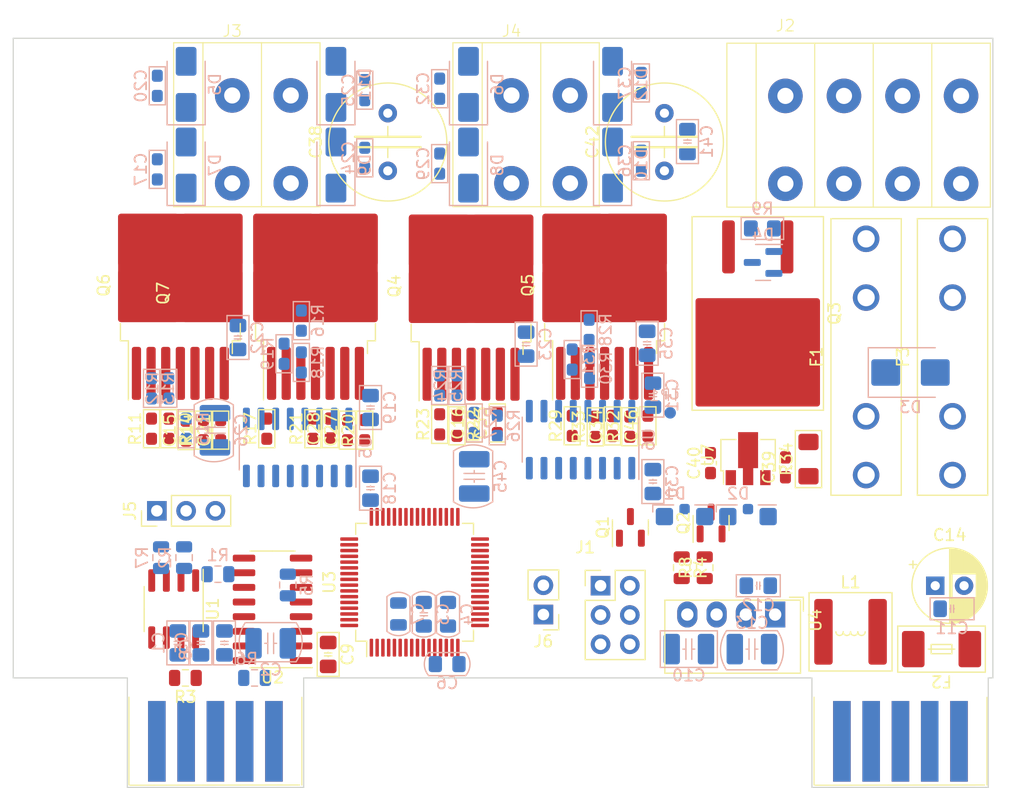
<source format=kicad_pcb>
(kicad_pcb (version 20221018) (generator pcbnew)
  (layers (0 "F.Cu" signal) (31 "B.Cu" signal) (34 "B.Paste" user) (35 "F.Paste" user) (36 "B.SilkS" user "B.Silkscreen") (37 "F.SilkS" user "F.Silkscreen") (38 "B.Mask" user) (39 "F.Mask" user) (44 "Edge.Cuts" user))
  (net 0 "")
  (net 1 "Net-(D1-K)")
  (net 2 "Net-(D1-A)")
  (net 3 "Net-(D2-K)")
  (net 4 "Net-(D2-A)")
  (net 5 "GNDD")
  (net 6 "/NRST")
  (net 7 "+3V3")
  (net 8 "/SWDIO")
  (net 9 "Net-(Q6-IS)")
  (net 10 "Net-(Q6-SR)")
  (net 11 "Net-(Q7-IS)")
  (net 12 "/RTS")
  (net 13 "/SWCLK")
  (net 14 "GND1")
  (net 15 "/+3.3VRS485")
  (net 16 "+24V")
  (net 17 "GNDA")
  (net 18 "/RTS_cont")
  (net 26 "GND2")
  (net 27 "/+24VOUT")
  (net 28 "Net-(Q7-SR)")
  (net 29 "Net-(D5-K)")
  (net 30 "Net-(Q4-IS)")
  (net 31 "Net-(U1-DE)")
  (net 32 "Net-(U1-RO)")
  (net 33 "Net-(U1-DI)")
  (net 35 "Net-(RS1-Pin_3)")
  (net 36 "Net-(RS1-Pin_4)")
  (net 47 "Net-(Q4-SR)")
  (net 48 "Net-(D11-K)")
  (net 61 "Net-(Q5-IS)")
  (net 62 "Net-(Q5-SR)")
  (net 63 "Net-(D4-A)")
  (net 65 "Net-(D6-K)")
  (net 66 "Net-(D10-A)")
  (net 67 "Net-(RS2-Pin_2)")
  (net 68 "/UART_TX")
  (net 69 "/UART_RX")
  (net 70 "/UART_DE")
  (net 71 "/GPIO1")
  (net 72 "/GPIO2")
  (net 73 "Net-(Q1-B)")
  (net 74 "Net-(Q2-B)")
  (net 75 "Net-(Q4-IN)")
  (net 76 "Net-(Q4-INH)")
  (net 77 "Net-(Q5-IN)")
  (net 78 "Net-(Q5-INH)")
  (net 79 "Net-(Q6-IN)")
  (net 80 "Net-(Q6-INH)")
  (net 81 "Net-(Q7-IN)")
  (net 82 "Net-(Q7-INH)")
  (net 83 "Net-(U2-VE2)")
  (net 84 "Net-(U2-VE1)")
  (net 85 "Net-(U5-VOA)")
  (net 86 "Net-(U5-VOB)")
  (net 87 "Net-(U5-VOC)")
  (net 88 "Net-(U5-VOD)")
  (net 89 "Net-(U6-VOA)")
  (net 90 "Net-(U6-VOB)")
  (net 91 "Net-(U6-VOC)")
  (net 92 "Net-(U6-VOD)")
  (net 93 "/TX_USART_1")
  (net 94 "/DE_USART_1")
  (net 95 "/RX_USART_1")
  (net 100 "/IS2_2")
  (net 101 "/Forward_1")
  (net 102 "/Back_1")
  (net 103 "/Enable_1")
  (net 104 "/Forward_2")
  (net 105 "/Back_2")
  (net 106 "/Enable_2")
  (net 107 "/IS1_1")
  (net 108 "/IS2_1")
  (net 109 "/IS1_2")
  (net 110 "+5V")
  (net 115 "Net-(U4-IN+)")
  (net 116 "Net-(U7-IN)")
  (net 117 "Net-(D3-A1)")
  (net 118 "Net-(J2-Pin_1)")
  (net 119 "Net-(J2-Pin_3)")
  (footprint "PCM_Package_TO_SOT_SMD_AKL:TO-263-2" (layer "F.Cu") (at 153.6 89.375 -90)
    (fp_text reference "Q3" (at 0 -6.65 90) (layer "F.SilkS"))
    (fp_text value "IRF4905SPbF (D2PAK)" hide)
    (pad "1" smd roundrect (at -5.775 -2.54 270) (size 4.6 1.1) (layers "F.Cu" "F.Paste" "F.Mask") (roundrect_rratio 0.2272727273) (net 63 "Net-(D4-A)"))
    (pad "2" smd roundrect (at 3.375 0 270) (size 9.4 10.8) (layers "F.Cu" "F.Mask") (roundrect_rratio 0.02659574468) (net 117 "Net-(D3-A1)"))
    (pad "3" smd roundrect (at -5.775 2.54 270) (size 4.6 1.1) (layers "F.Cu" "F.Paste" "F.Mask") (roundrect_rratio 0.2272727273) (net 27 "/+24VOUT"))
  )
  (footprint "Connector:DG142R-5.08-04P-14" (layer "F.Cu") (at 156 70.5)
    (fp_text reference "J2" (at 0 -6.096 unlocked) (layer "F.SilkS") (effects (font (thickness 0.1))))
    (fp_text value "DG142R-5.08-04P-14 IN24V ")
    (pad "1" thru_hole circle (at 0 0) (size 3 3) (drill 1.4) (layers "*.Cu" "*.Mask") (net 118 "Net-(J2-Pin_1)"))
    (pad "1" thru_hole circle (at 0 7.62) (size 3 3) (drill 1.4) (layers "*.Cu" "*.Mask") (net 118 "Net-(J2-Pin_1)"))
    (pad "2" thru_hole circle (at 5.08 0) (size 3 3) (drill 1.4) (layers "*.Cu" "*.Mask") (net 118 "Net-(J2-Pin_1)"))
    (pad "2" thru_hole circle (at 5.08 7.62) (size 3 3) (drill 1.4) (layers "*.Cu" "*.Mask") (net 118 "Net-(J2-Pin_1)"))
    (pad "3" thru_hole circle (at 10.16 0) (size 3 3) (drill 1.4) (layers "*.Cu" "*.Mask") (net 119 "Net-(J2-Pin_3)"))
    (pad "3" thru_hole circle (at 10.16 7.62) (size 3 3) (drill 1.4) (layers "*.Cu" "*.Mask") (net 119 "Net-(J2-Pin_3)"))
    (pad "4" thru_hole circle (at 15.24 0) (size 3 3) (drill 1.4) (layers "*.Cu" "*.Mask") (net 119 "Net-(J2-Pin_3)"))
    (pad "4" thru_hole circle (at 15.24 7.62) (size 3 3) (drill 1.4) (layers "*.Cu" "*.Mask") (net 119 "Net-(J2-Pin_3)"))
  )
  (footprint "Fuse:Fuseholder_100_series_5x20mm_D1,5" (layer "F.Cu") (at 163 103.4 90)
    (fp_text reference "F1" (at 10.25 -4.3 90 unlocked) (layer "F.SilkS"))
    (fp_text value "Fuse 5A ZH266 (2 клипсы)")
    (pad "1" thru_hole circle (at 0 0 90) (size 2.3 2.3) (drill 1.5) (layers "*.Cu" "*.Mask") (net 117 "Net-(D3-A1)"))
    (pad "1" thru_hole circle (at 5.1 0 90) (size 2.3 2.3) (drill 1.5) (layers "*.Cu" "*.Mask") (net 117 "Net-(D3-A1)"))
    (pad "2" thru_hole circle (at 15.4 0 90) (size 2.3 2.3) (drill 1.5) (layers "*.Cu" "*.Mask") (net 118 "Net-(J2-Pin_1)"))
    (pad "2" thru_hole circle (at 20.5 0 90) (size 2.3 2.3) (drill 1.5) (layers "*.Cu" "*.Mask") (net 118 "Net-(J2-Pin_1)"))
  )
  (footprint "PCM_Resistor_SMD_AKL:R_0603_1608Metric_Pad1.05x0.95mm_HandSolder" (layer "F.Cu") (at 118 99.5 90)
    (fp_text reference "C27" (at 0 -1.43 90) (layer "F.SilkS"))
    (fp_text value "1nF 50V 0603")
    (pad "1" smd roundrect (at -0.875 0 90) (size 1.05 0.95) (layers "F.Cu" "F.Paste" "F.Mask") (net 26 "GND2"))
    (pad "2" smd roundrect (at 0.875 0 90) (size 1.05 0.95) (layers "F.Cu" "F.Paste" "F.Mask") (net 11 "Net-(Q7-IS)"))
  )
  (footprint "Connector_PinHeader_2.54mm:PinHeader_1x03_P2.54mm_Vertical" (layer "F.Cu") (at 101.46 106.5 90)
    (fp_text reference "J5" (at 0 -2.33 90) (layer "F.SilkS"))
    (fp_text value "DebugUSART (PinHeader_01x03_P2.54mm)")
    (pad "1" thru_hole rect (at 0 0 90) (size 1.7 1.7) (drill 1) (layers "*.Cu" "*.Mask") (net 70 "/UART_DE"))
    (pad "2" thru_hole oval (at 0 2.54 90) (size 1.7 1.7) (drill 1) (layers "*.Cu" "*.Mask") (net 68 "/UART_TX"))
    (pad "3" thru_hole oval (at 0 5.08 90) (size 1.7 1.7) (drill 1) (layers "*.Cu" "*.Mask") (net 69 "/UART_RX"))
  )
  (footprint "PCM_4ms_Resistor:R_0805_2012Metric" (layer "F.Cu") (at 149 111.4375 90)
    (fp_text reference "R8" (at 0 -1.65 90) (layer "F.SilkS"))
    (fp_text value "151 0805")
    (pad "1" smd roundrect (at -0.9375 0 90) (size 0.975 1.4) (layers "F.Cu" "F.Paste" "F.Mask") (net 7 "+3V3"))
    (pad "2" smd roundrect (at 0.9375 0 90) (size 0.975 1.4) (layers "F.Cu" "F.Paste" "F.Mask") (net 4 "Net-(D2-A)"))
  )
  (footprint "MountingHole:MountingHole_3.2mm_M3" (layer "F.Cu") (at 93 95)
    (fp_text reference "H1" hide)
    (fp_text value "MountingHole")
    (pad "" np_thru_hole circle (at 0 0) (size 3.2 3.2) (drill 3.2) (layers "*.Cu" "*.Mask"))
  )
  (footprint "PCM_Resistor_SMD_AKL:R_0603_1608Metric_Pad1.05x0.95mm_HandSolder" (layer "F.Cu") (at 105.5 99.5 90)
    (fp_text reference "R14" (at 0 -1.43 90) (layer "F.SilkS"))
    (fp_text value "102 0603")
    (pad "1" smd roundrect (at -0.875 0 90) (size 1.05 0.95) (layers "F.Cu" "F.Paste" "F.Mask") (net 26 "GND2"))
    (pad "2" smd roundrect (at 0.875 0 90) (size 1.05 0.95) (layers "F.Cu" "F.Paste" "F.Mask") (net 9 "Net-(Q6-IS)"))
  )
  (footprint "PCM_Inductor_SMD_Handsoldering_AKL:L_Bourns-SRN6028" (layer "F.Cu") (at 161.65 117 180)
    (fp_text reference "L1" (at 0 4.3) (layer "F.SilkS"))
    (fp_text value "6,8uH 3,5A ETQP3M6R8KVP" hide)
    (pad "1" smd roundrect (at -2.35 0 180) (size 1.6 5.7) (layers "F.Cu" "F.Paste" "F.Mask") (roundrect_rratio 0.15625) (net 16 "+24V"))
    (pad "2" smd roundrect (at 2.35 0 180) (size 1.6 5.7) (layers "F.Cu" "F.Paste" "F.Mask") (roundrect_rratio 0.15625) (net 115 "Net-(U4-IN+)"))
  )
  (footprint "PCM_Resistor_SMD_AKL:R_0603_1608Metric_Pad1.05x0.95mm_HandSolder" (layer "F.Cu") (at 139.5 99.2155 90)
    (fp_text reference "R33" (at 0 -1.43 90) (layer "F.SilkS"))
    (fp_text value "102 0603")
    (pad "1" smd roundrect (at -0.875 0 90) (size 1.05 0.95) (layers "F.Cu" "F.Paste" "F.Mask") (net 26 "GND2"))
    (pad "2" smd roundrect (at 0.875 0 90) (size 1.05 0.95) (layers "F.Cu" "F.Paste" "F.Mask") (net 62 "Net-(Q5-SR)"))
  )
  (footprint "PCM_Resistor_SMD_AKL:R_0603_1608Metric_Pad1.05x0.95mm_HandSolder" (layer "F.Cu") (at 142.5 99.203 90)
    (fp_text reference "R32" (at 0 -1.43 90) (layer "F.SilkS"))
    (fp_text value "102 0603")
    (pad "1" smd roundrect (at -0.875 0 90) (size 1.05 0.95) (layers "F.Cu" "F.Paste" "F.Mask") (net 26 "GND2"))
    (pad "2" smd roundrect (at 0.875 0 90) (size 1.05 0.95) (layers "F.Cu" "F.Paste" "F.Mask") (net 61 "Net-(Q5-IS)"))
  )
  (footprint "PCM_Resistor_SMD_AKL:R_1206_3216Metric_Pad1.42x1.75mm_HandSolder" (layer "F.Cu") (at 158 102.0125 90)
    (fp_text reference "R34" (at 0 -1.905 90) (layer "F.SilkS"))
    (fp_text value "621 1206")
    (pad "1" smd roundrect (at -1.4875 0 90) (size 1.425 1.75) (layers "F.Cu" "F.Paste" "F.Mask") (roundrect_rratio 0.175439) (net 116 "Net-(U7-IN)"))
    (pad "2" smd roundrect (at 1.4875 0 90) (size 1.425 1.75) (layers "F.Cu" "F.Paste" "F.Mask") (roundrect_rratio 0.175439) (net 27 "/+24VOUT"))
  )
  (footprint "PCM_Capacitor_SMD_AKL:C_0603_1608Metric_Pad1.08x0.95mm_HandSolder" (layer "F.Cu") (at 129 98.8875 90)
    (fp_text reference "C16" (at 0 -1.43 90) (layer "F.SilkS"))
    (fp_text value "0,1uF 50V 0603")
    (pad "1" smd roundrect (at -0.8625 0 90) (size 1.075 0.95) (layers "F.Cu" "F.Paste" "F.Mask") (net 26 "GND2"))
    (pad "2" smd roundrect (at 0.8625 0 90) (size 1.075 0.95) (layers "F.Cu" "F.Paste" "F.Mask") (net 47 "Net-(Q4-SR)"))
  )
  (footprint "Capacitor_SMD:C_0603_1608Metric_Pad1.08x0.95mm_HandSolder" (layer "F.Cu") (at 156 102.724 90)
    (fp_text reference "C39" (at 0 -1.43 90) (layer "F.SilkS"))
    (fp_text value "0,33uF 50V 0603")
    (pad "1" smd roundrect (at -0.8625 0 90) (size 1.075 0.95) (layers "F.Cu" "F.Paste" "F.Mask") (net 116 "Net-(U7-IN)"))
    (pad "2" smd roundrect (at 0.8625 0 90) (size 1.075 0.95) (layers "F.Cu" "F.Paste" "F.Mask") (net 26 "GND2"))
  )
  (footprint "Package_TO_SOT_SMD:SOT-89-3" (layer "F.Cu") (at 152.76 101.674 90)
    (fp_text reference "U7" (at 0 -3.5 90) (layer "F.SilkS"))
    (fp_text value "L78L05 (SOT89-3)")
    (pad "1" smd rect (at -1.95 -1.5 90) (size 1.3 0.9) (layers "F.Cu" "F.Paste" "F.Mask") (net 110 "+5V"))
    (pad "2" smd custom (at -1.8625 0 90) (size 1.475 0.9) (layers "F.Cu" "F.Paste" "F.Mask") (net 17 "GNDA") (options (clearance outline) (anchor rect)) (primitives (gr_poly (pts (xy 3.8625 0.8665) (xy 0.7375 0.8665) (xy 0.7375 -0.8665) (xy 3.8625 -0.8665)) (width 0) (fill yes))))
    (pad "3" smd rect (at -1.95 1.5 90) (size 1.3 0.9) (layers "F.Cu" "F.Paste" "F.Mask") (net 116 "Net-(U7-IN)"))
  )
  (footprint "PCM_Capacitor_SMD_AKL:C_0603_1608Metric_Pad1.08x0.95mm_HandSolder" (layer "F.Cu") (at 116.5 99.3625 90)
    (fp_text reference "C28" (at 0 -1.43 90) (layer "F.SilkS"))
    (fp_text value "0,1uF 50V 0603")
    (pad "1" smd roundrect (at -0.8625 0 90) (size 1.075 0.95) (layers "F.Cu" "F.Paste" "F.Mask") (net 26 "GND2"))
    (pad "2" smd roundrect (at 0.8625 0 90) (size 1.075 0.95) (layers "F.Cu" "F.Paste" "F.Mask") (net 28 "Net-(Q7-SR)"))
  )
  (footprint "PCM_Resistor_SMD_AKL:R_0603_1608Metric_Pad1.05x0.95mm_HandSolder" (layer "F.Cu") (at 102.5 99.375 -90)
    (fp_text reference "R10" (at 0 -1.43 90) (layer "F.SilkS"))
    (fp_text value "104 0603")
    (pad "1" smd roundrect (at -0.875 0 270) (size 1.05 0.95) (layers "F.Cu" "F.Paste" "F.Mask") (net 80 "Net-(Q6-INH)"))
    (pad "2" smd roundrect (at 0.875 0 270) (size 1.05 0.95) (layers "F.Cu" "F.Paste" "F.Mask") (net 26 "GND2"))
  )
  (footprint "PCM_Capacitor_THT_AKL:CP_Radial_D6.3mm_P2.50mm" (layer "F.Cu") (at 169 113)
    (fp_text reference "C14" (at 1.25 -4.4) (layer "F.SilkS"))
    (fp_text value "47uF 63V D10,5" hide)
    (pad "1" thru_hole rect (at 0 0) (size 1.6 1.6) (drill 0.8) (layers "*.Cu" "*.Mask") (net 16 "+24V"))
    (pad "2" thru_hole circle (at 2.5 0) (size 1.6 1.6) (drill 0.8) (layers "*.Cu" "*.Mask") (net 17 "GNDA"))
  )
  (footprint "PCM_Resistor_SMD_AKL:R_0603_1608Metric_Pad1.05x0.95mm_HandSolder" (layer "F.Cu") (at 101 99.375 90)
    (fp_text reference "R11" (at 0 -1.43 90) (layer "F.SilkS"))
    (fp_text value "104 0603")
    (pad "1" smd roundrect (at -0.875 0 90) (size 1.05 0.95) (layers "F.Cu" "F.Paste" "F.Mask") (net 26 "GND2"))
    (pad "2" smd roundrect (at 0.875 0 90) (size 1.05 0.95) (layers "F.Cu" "F.Paste" "F.Mask") (net 79 "Net-(Q6-IN)"))
  )
  (footprint "PCM_Resistor_SMD_AKL:R_0603_1608Metric_Pad1.05x0.95mm_HandSolder" (layer "F.Cu") (at 144.068 99.125 90)
    (fp_text reference "C46" (at 0 -1.43 90) (layer "F.SilkS"))
    (fp_text value "1nF 50V 0603")
    (pad "1" smd roundrect (at -0.875 0 90) (size 1.05 0.95) (layers "F.Cu" "F.Paste" "F.Mask") (net 26 "GND2"))
    (pad "2" smd roundrect (at 0.875 0 90) (size 1.05 0.95) (layers "F.Cu" "F.Paste" "F.Mask") (net 61 "Net-(Q5-IS)"))
  )
  (footprint "PCM_Resistor_SMD_AKL:R_0603_1608Metric_Pad1.05x0.95mm_HandSolder" (layer "F.Cu") (at 107 99.5 90)
    (fp_text reference "C21" (at 0 -1.43 90) (layer "F.SilkS"))
    (fp_text value "1nF 50V 0603")
    (pad "1" smd roundrect (at -0.875 0 90) (size 1.05 0.95) (layers "F.Cu" "F.Paste" "F.Mask") (net 26 "GND2"))
    (pad "2" smd roundrect (at 0.875 0 90) (size 1.05 0.95) (layers "F.Cu" "F.Paste" "F.Mask") (net 9 "Net-(Q6-IS)"))
  )
  (footprint "Connector:DG142R-5.08-02P-14" (layer "F.Cu") (at 132.23 70.46)
    (fp_text reference "J4" (at 0 -5.588 unlocked) (layer "F.SilkS") (effects (font (thickness 0.1))))
    (fp_text value "DG142R-5.08-02P-14 OUT")
    (pad "1" thru_hole circle (at 0 0) (size 3 3) (drill 1.4) (layers "*.Cu" "*.Mask") (net 65 "Net-(D6-K)"))
    (pad "1" thru_hole circle (at 0 7.62) (size 3 3) (drill 1.4) (layers "*.Cu" "*.Mask") (net 65 "Net-(D6-K)"))
    (pad "2" thru_hole circle (at 5.08 0) (size 3 3) (drill 1.4) (layers "*.Cu" "*.Mask") (net 66 "Net-(D10-A)"))
    (pad "2" thru_hole circle (at 5.08 7.62) (size 3 3) (drill 1.4) (layers "*.Cu" "*.Mask") (net 66 "Net-(D10-A)"))
  )
  (footprint "Package_SO:SOIC-16_3.9x9.9mm_P1.27mm" (layer "F.Cu") (at 111.5 115.05 180)
    (fp_text reference "U2" (at 0 -5.9) (layer "F.SilkS"))
    (fp_text value "π141M30")
    (pad "1" smd roundrect (at -2.475 -4.445 180) (size 1.95 0.6) (layers "F.Cu" "F.Paste" "F.Mask") (net 7 "+3V3"))
    (pad "2" smd roundrect (at -2.475 -3.175 180) (size 1.95 0.6) (layers "F.Cu" "F.Paste" "F.Mask") (net 5 "GNDD"))
    (pad "3" smd roundrect (at -2.475 -1.905 180) (size 1.95 0.6) (layers "F.Cu" "F.Paste" "F.Mask") (net 18 "/RTS_cont"))
    (pad "4" smd roundrect (at -2.475 -0.635 180) (size 1.95 0.6) (layers "F.Cu" "F.Paste" "F.Mask") (net 93 "/TX_USART_1"))
    (pad "5" smd roundrect (at -2.475 0.635 180) (size 1.95 0.6) (layers "F.Cu" "F.Paste" "F.Mask") (net 94 "/DE_USART_1"))
    (pad "6" smd roundrect (at -2.475 1.905 180) (size 1.95 0.6) (layers "F.Cu" "F.Paste" "F.Mask") (net 95 "/RX_USART_1"))
    (pad "7" smd roundrect (at -2.475 3.175 180) (size 1.95 0.6) (layers "F.Cu" "F.Paste" "F.Mask") (net 84 "Net-(U2-VE1)"))
    (pad "8" smd roundrect (at -2.475 4.445 180) (size 1.95 0.6) (layers "F.Cu" "F.Paste" "F.Mask") (net 5 "GNDD"))
    (pad "9" smd roundrect (at 2.475 4.445 180) (size 1.95 0.6) (layers "F.Cu" "F.Paste" "F.Mask") (net 14 "GND1"))
    (pad "10" smd roundrect (at 2.475 3.175 180) (size 1.95 0.6) (layers "F.Cu" "F.Paste" "F.Mask") (net 83 "Net-(U2-VE2)"))
    (pad "11" smd roundrect (at 2.475 1.905 180) (size 1.95 0.6) (layers "F.Cu" "F.Paste" "F.Mask") (net 32 "Net-(U1-RO)"))
    (pad "12" smd roundrect (at 2.475 0.635 180) (size 1.95 0.6) (layers "F.Cu" "F.Paste" "F.Mask") (net 31 "Net-(U1-DE)"))
    (pad "13" smd roundrect (at 2.475 -0.635 180) (size 1.95 0.6) (layers "F.Cu" "F.Paste" "F.Mask") (net 33 "Net-(U1-DI)"))
    (pad "14" smd roundrect (at 2.475 -1.905 180) (size 1.95 0.6) (layers "F.Cu" "F.Paste" "F.Mask") (net 12 "/RTS"))
    (pad "15" smd roundrect (at 2.475 -3.175 180) (size 1.95 0.6) (layers "F.Cu" "F.Paste" "F.Mask") (net 14 "GND1"))
    (pad "16" smd roundrect (at 2.475 -4.445 180) (size 1.95 0.6) (layers "F.Cu" "F.Paste" "F.Mask") (net 15 "/+3.3VRS485"))
  )
  (footprint "PCM_4ms_Resistor:R_0805_2012Metric" (layer "F.Cu") (at 147 111.4375 -90)
    (fp_text reference "R4" (at 0 -1.65 90) (layer "F.SilkS"))
    (fp_text value "151 0805")
    (pad "1" smd roundrect (at -0.9375 0 270) (size 0.975 1.4) (layers "F.Cu" "F.Paste" "F.Mask") (net 2 "Net-(D1-A)"))
    (pad "2" smd roundrect (at 0.9375 0 270) (size 0.975 1.4) (layers "F.Cu" "F.Paste" "F.Mask") (net 7 "+3V3"))
  )
  (footprint "PCM_Resistor_SMD_AKL:R_0603_1608Metric_Pad1.05x0.95mm_HandSolder" (layer "F.Cu") (at 119.5 99.5 90)
    (fp_text reference "R20" (at 0 -1.43 90) (layer "F.SilkS"))
    (fp_text value "102 0603")
    (pad "1" smd roundrect (at -0.875 0 90) (size 1.05 0.95) (layers "F.Cu" "F.Paste" "F.Mask") (net 26 "GND2"))
    (pad "2" smd roundrect (at 0.875 0 90) (size 1.05 0.95) (layers "F.Cu" "F.Paste" "F.Mask") (net 11 "Net-(Q7-IS)"))
  )
  (footprint "Package_TO_SOT_SMD:TO-263-7_TabPin8" (layer "F.Cu") (at 115.225 86.925 90)
    (fp_text reference "Q7" (at -0.7 -13.225 90) (layer "F.SilkS"))
    (fp_text value "BTN8962TA")
    (pad "1" smd roundrect (at -7.65 -3.81 90) (size 4.6 0.8) (layers "F.Cu" "F.Paste" "F.Mask") (net 26 "GND2"))
    (pad "2" smd roundrect (at -7.65 -2.54 90) (size 4.6 0.8) (layers "F.Cu" "F.Paste" "F.Mask") (net 81 "Net-(Q7-IN)"))
    (pad "3" smd roundrect (at -7.65 -1.27 90) (size 4.6 0.8) (layers "F.Cu" "F.Paste" "F.Mask") (net 82 "Net-(Q7-INH)"))
    (pad "4" smd roundrect (at -7.65 0 90) (size 4.6 0.8) (layers "F.Cu" "F.Paste" "F.Mask") (net 48 "Net-(D11-K)"))
    (pad "5" smd roundrect (at -7.65 1.27 90) (size 4.6 0.8) (layers "F.Cu" "F.Paste" "F.Mask") (net 28 "Net-(Q7-SR)"))
    (pad "6" smd roundrect (at -7.65 2.54 90) (size 4.6 0.8) (layers "F.Cu" "F.Paste" "F.Mask") (net 11 "Net-(Q7-IS)"))
    (pad "7" smd roundrect (at -7.65 3.81 90) (size 4.6 0.8) (layers "F.Cu" "F.Paste" "F.Mask") (net 27 "/+24VOUT"))
    (pad "8" smd roundrect (at -0.925 -2.775 90) (size 4.55 5.25) (layers "F.Cu" "F.Paste") (roundrect_rratio 0.054945) (net 48 "Net-(D11-K)"))
    (pad "8" smd roundrect (at -0.925 2.775 90) (size 4.55 5.25) (layers "F.Cu" "F.Paste") (roundrect_rratio 0.054945) (net 48 "Net-(D11-K)"))
    (pad "8" smd roundrect (at 1.5 0 90) (size 9.4 10.8) (layers "F.Cu" "F.Mask") (roundrect_rratio 0.026596) (net 48 "Net-(D11-K)"))
    (pad "8" smd roundrect (at 3.925 -2.775 90) (size 4.55 5.25) (layers "F.Cu" "F.Paste") (roundrect_rratio 0.054945) (net 48 "Net-(D11-K)"))
    (pad "8" smd roundrect (at 3.925 2.775 90) (size 4.55 5.25) (layers "F.Cu" "F.Paste") (roundrect_rratio 0.054945) (net 48 "Net-(D11-K)"))
  )
  (footprint "PCM_Resistor_SMD_AKL:R_0603_1608Metric_Pad1.05x0.95mm_HandSolder" (layer "F.Cu") (at 137.5 99.125 90)
    (fp_text reference "R29" (at 0 -1.43 90) (layer "F.SilkS"))
    (fp_text value "104 0603")
    (pad "1" smd roundrect (at -0.875 0 90) (size 1.05 0.95) (layers "F.Cu" "F.Paste" "F.Mask") (net 26 "GND2"))
    (pad "2" smd roundrect (at 0.875 0 90) (size 1.05 0.95) (layers "F.Cu" "F.Paste" "F.Mask") (net 77 "Net-(Q5-IN)"))
  )
  (footprint "PCM_Resistor_SMD_AKL:R_0603_1608Metric_Pad1.05x0.95mm_HandSolder" (layer "F.Cu") (at 115 99.375 90)
    (fp_text reference "R21" (at 0 -1.43 90) (layer "F.SilkS"))
    (fp_text value "102 0603")
    (pad "1" smd roundrect (at -0.875 0 90) (size 1.05 0.95) (layers "F.Cu" "F.Paste" "F.Mask") (net 26 "GND2"))
    (pad "2" smd roundrect (at 0.875 0 90) (size 1.05 0.95) (layers "F.Cu" "F.Paste" "F.Mask") (net 28 "Net-(Q7-SR)"))
  )
  (footprint "Package_TO_SOT_SMD:TO-263-7_TabPin8" (layer "F.Cu") (at 128.725 87 90)
    (fp_text reference "Q4" (at 0 -6.65 90) (layer "F.SilkS"))
    (fp_text value "BTN8962TA")
    (pad "1" smd roundrect (at -7.65 -3.81 90) (size 4.6 0.8) (layers "F.Cu" "F.Paste" "F.Mask") (net 26 "GND2"))
    (pad "2" smd roundrect (at -7.65 -2.54 90) (size 4.6 0.8) (layers "F.Cu" "F.Paste" "F.Mask") (net 75 "Net-(Q4-IN)"))
    (pad "3" smd roundrect (at -7.65 -1.27 90) (size 4.6 0.8) (layers "F.Cu" "F.Paste" "F.Mask") (net 76 "Net-(Q4-INH)"))
    (pad "4" smd roundrect (at -7.65 0 90) (size 4.6 0.8) (layers "F.Cu" "F.Paste" "F.Mask") (net 65 "Net-(D6-K)"))
    (pad "5" smd roundrect (at -7.65 1.27 90) (size 4.6 0.8) (layers "F.Cu" "F.Paste" "F.Mask") (net 47 "Net-(Q4-SR)"))
    (pad "6" smd roundrect (at -7.65 2.54 90) (size 4.6 0.8) (layers "F.Cu" "F.Paste" "F.Mask") (net 30 "Net-(Q4-IS)"))
    (pad "7" smd roundrect (at -7.65 3.81 90) (size 4.6 0.8) (layers "F.Cu" "F.Paste" "F.Mask") (net 27 "/+24VOUT"))
    (pad "8" smd roundrect (at -0.925 -2.775 90) (size 4.55 5.25) (layers "F.Cu" "F.Paste") (roundrect_rratio 0.054945) (net 65 "Net-(D6-K)"))
    (pad "8" smd roundrect (at -0.925 2.775 90) (size 4.55 5.25) (layers "F.Cu" "F.Paste") (roundrect_rratio 0.054945) (net 65 "Net-(D6-K)"))
    (pad "8" smd roundrect (at 1.5 0 90) (size 9.4 10.8) (layers "F.Cu" "F.Mask") (roundrect_rratio 0.026596) (net 65 "Net-(D6-K)"))
    (pad "8" smd roundrect (at 3.925 -2.775 90) (size 4.55 5.25) (layers "F.Cu" "F.Paste") (roundrect_rratio 0.054945) (net 65 "Net-(D6-K)"))
    (pad "8" smd roundrect (at 3.925 2.775 90) (size 4.55 5.25) (layers "F.Cu" "F.Paste") (roundrect_rratio 0.054945) (net 65 "Net-(D6-K)"))
  )
  (footprint "PCM_Capacitor_SMD_AKL:C_0603_1608Metric_Pad1.08x0.95mm_HandSolder" (layer "F.Cu") (at 141 99.1375 90)
    (fp_text reference "C34" (at 0 -1.43 90) (layer "F.SilkS"))
    (fp_text value "0,1uF 50V 0603")
    (pad "1" smd roundrect (at -0.8625 0 90) (size 1.075 0.95) (layers "F.Cu" "F.Paste" "F.Mask") (net 26 "GND2"))
    (pad "2" smd roundrect (at 0.8625 0 90) (size 1.075 0.95) (layers "F.Cu" "F.Paste" "F.Mask") (net 62 "Net-(Q5-SR)"))
  )
  (footprint "Connector:DG142R-5.08-02P-14" (layer "F.Cu") (at 108 70.46)
    (fp_text reference "J3" (at 0 -5.588 unlocked) (layer "F.SilkS") (effects (font (thickness 0.1))))
    (fp_text value "DG142R-5.08-02P-14 OUT")
    (pad "1" thru_hole circle (at 0 0) (size 3 3) (drill 1.4) (layers "*.Cu" "*.Mask") (net 29 "Net-(D5-K)"))
    (pad "1" thru_hole circle (at 0 7.62) (size 3 3) (drill 1.4) (layers "*.Cu" "*.Mask") (net 29 "Net-(D5-K)"))
    (pad "2" thru_hole circle (at 5.08 0) (size 3 3) (drill 1.4) (layers "*.Cu" "*.Mask") (net 48 "Net-(D11-K)"))
    (pad "2" thru_hole circle (at 5.08 7.62) (size 3 3) (drill 1.4) (layers "*.Cu" "*.Mask") (net 48 "Net-(D11-K)"))
  )
  (footprint "Package_TO_SOT_SMD:TO-263-7_TabPin8" (layer "F.Cu") (at 103.5 86.925 90)
    (fp_text reference "Q6" (at 0 -6.65 90) (layer "F.SilkS"))
    (fp_text value "BTN8962TA")
    (pad "1" smd roundrect (at -7.65 -3.81 90) (size 4.6 0.8) (layers "F.Cu" "F.Paste" "F.Mask") (net 26 "GND2"))
    (pad "2" smd roundrect (at -7.65 -2.54 90) (size 4.6 0.8) (layers "F.Cu" "F.Paste" "F.Mask") (net 79 "Net-(Q6-IN)"))
    (pad "3" smd roundrect (at -7.65 -1.27 90) (size 4.6 0.8) (layers "F.Cu" "F.Paste" "F.Mask") (net 80 "Net-(Q6-INH)"))
    (pad "4" smd roundrect (at -7.65 0 90) (size 4.6 0.8) (layers "F.Cu" "F.Paste" "F.Mask") (net 29 "Net-(D5-K)"))
    (pad "5" smd roundrect (at -7.65 1.27 90) (size 4.6 0.8) (layers "F.Cu" "F.Paste" "F.Mask") (net 10 "Net-(Q6-SR)"))
    (pad "6" smd roundrect (at -7.65 2.54 90) (size 4.6 0.8) (layers "F.Cu" "F.Paste" "F.Mask") (net 9 "Net-(Q6-IS)"))
    (pad "7" smd roundrect (at -7.65 3.81 90) (size 4.6 0.8) (layers "F.Cu" "F.Paste" "F.Mask") (net 27 "/+24VOUT"))
    (pad "8" smd roundrect (at -0.925 -2.775 90) (size 4.55 5.25) (layers "F.Cu" "F.Paste") (roundrect_rratio 0.054945) (net 29 "Net-(D5-K)"))
    (pad "8" smd roundrect (at -0.925 2.775 90) (size 4.55 5.25) (layers "F.Cu" "F.Paste") (roundrect_rratio 0.054945) (net 29 "Net-(D5-K)"))
    (pad "8" smd roundrect (at 1.5 0 90) (size 9.4 10.8) (layers "F.Cu" "F.Mask") (roundrect_rratio 0.026596) (net 29 "Net-(D5-K)"))
    (pad "8" smd roundrect (at 3.925 -2.775 90) (size 4.55 5.25) (layers "F.Cu" "F.Paste") (roundrect_rratio 0.054945) (net 29 "Net-(D5-K)"))
    (pad "8" smd roundrect (at 3.925 2.775 90) (size 4.55 5.25) (layers "F.Cu" "F.Paste") (roundrect_rratio 0.054945) (net 29 "Net-(D5-K)"))
  )
  (footprint "PCM_Capacitor_THT_AKL:C_Radial_D10.0mm_H16.0mm_P5.00mm" (layer "F.Cu") (at 121.5 77 90)
    (fp_text reference "C38" (at 2.5 -6.25 90) (layer "F.SilkS"))
    (fp_text value "330uF 50V D10 H17" hide)
    (pad "1" thru_hole circle (at 0 0 90) (size 1.6 1.6) (drill 0.8) (layers "*.Cu" "*.Mask") (net 27 "/+24VOUT"))
    (pad "2" thru_hole circle (at 5 0 90) (size 1.6 1.6) (drill 0.8) (layers "*.Cu" "*.Mask") (net 26 "GND2"))
  )
  (footprint "PCM_Fuse_Handsoldering_AKL:Fuse_Littelfuse-NANO2-451_453" (layer "F.Cu") (at 169.545 118.5 180)
    (fp_text reference "F2" (at 0 -2.8 180 unlocked) (layer "F.SilkS"))
    (fp_text value "0452.500MRL" hide)
    (pad "1" smd roundrect (at -2.455 0 180) (size 1.96 3.15) (layers "F.Cu" "F.Paste" "F.Mask") (roundrect_rratio 0.1275510204) (net 67 "Net-(RS2-Pin_2)"))
    (pad "2" smd roundrect (at 2.455 0 180) (size 1.96 3.15) (layers "F.Cu" "F.Paste" "F.Mask") (roundrect_rratio 0.1275510204) (net 16 "+24V"))
  )
  (footprint "Connector_PinHeader_2.54mm:PinHeader_2x03_P2.54mm_Vertical" (layer "F.Cu") (at 139.96 113)
    (fp_text reference "J1" (at -1.33 -3.33) (layer "F.SilkS"))
    (fp_text value "Prog")
    (pad "1" thru_hole rect (at 0 0) (size 1.7 1.7) (drill 1) (layers "*.Cu" "*.Mask") (net 7 "+3V3"))
    (pad "2" thru_hole oval (at 2.54 0) (size 1.7 1.7) (drill 1) (layers "*.Cu" "*.Mask") (net 8 "/SWDIO"))
    (pad "3" thru_hole oval (at 0 2.54) (size 1.7 1.7) (drill 1) (layers "*.Cu" "*.Mask") (net 13 "/SWCLK"))
    (pad "4" thru_hole oval (at 2.54 2.54) (size 1.7 1.7) (drill 1) (layers "*.Cu" "*.Mask"))
    (pad "5" thru_hole oval (at 0 5.08) (size 1.7 1.7) (drill 1) (layers "*.Cu" "*.Mask") (net 6 "/NRST"))
    (pad "6" thru_hole oval (at 2.54 5.08) (size 1.7 1.7) (drill 1) (layers "*.Cu" "*.Mask") (net 5 "GNDD"))
  )
  (footprint "Connector_PinHeader_2.54mm:PinHeader_1x02_P2.54mm_Vertical" (layer "F.Cu") (at 135 115.5 180)
    (fp_text reference "J6" (at 0 -2.33) (layer "F.SilkS"))
    (fp_text value "Debug GPIO (PinHeader_01x02_P2.54mm)")
    (pad "1" thru_hole rect (at 0 0 180) (size 1.7 1.7) (drill 1) (layers "*.Cu" "*.Mask") (net 71 "/GPIO1"))
    (pad "2" thru_hole oval (at 0 2.54 180) (size 1.7 1.7) (drill 1) (layers "*.Cu" "*.Mask") (net 72 "/GPIO2"))
  )
  (footprint "Package_TO_SOT_SMD:SOT-23" (layer "F.Cu") (at 142.55 107.9375 90)
    (fp_text reference "Q1" (at 0 -2.4 90) (layer "F.SilkS"))
    (fp_text value "DTC114ECA (SOT-23)")
    (pad "1" smd roundrect (at -0.9375 -0.95 90) (size 1.475 0.6) (layers "F.Cu" "F.Paste" "F.Mask") (net 73 "Net-(Q1-B)"))
    (pad "2" smd roundrect (at -0.9375 0.95 90) (size 1.475 0.6) (layers "F.Cu" "F.Paste" "F.Mask") (net 5 "GNDD"))
    (pad "3" smd roundrect (at 0.9375 0 90) (size 1.475 0.6) (layers "F.Cu" "F.Paste" "F.Mask") (net 1 "Net-(D1-K)"))
  )
  (footprint "PCM_Resistor_SMD_AKL:R_0603_1608Metric_Pad1.05x0.95mm_HandSolder" (layer "F.Cu") (at 111 99.375 90)
    (fp_text reference "R17" (at 0 -1.43 90) (layer "F.SilkS"))
    (fp_text value "104 0603")
    (pad "1" smd roundrect (at -0.875 0 90) (size 1.05 0.95) (layers "F.Cu" "F.Paste" "F.Mask") (net 26 "GND2"))
    (pad "2" smd roundrect (at 0.875 0 90) (size 1.05 0.95) (layers "F.Cu" "F.Paste" "F.Mask") (net 81 "Net-(Q7-IN)"))
  )
  (footprint "Package_TO_SOT_SMD:SOT-23" (layer "F.Cu") (at 149.55 107.5625 90)
    (fp_text reference "Q2" (at 0 -2.4 90) (layer "F.SilkS"))
    (fp_text value "DTC114ECA (SOT-23)")
    (pad "1" smd roundrect (at -0.9375 -0.95 90) (size 1.475 0.6) (layers "F.Cu" "F.Paste" "F.Mask") (net 74 "Net-(Q2-B)"))
    (pad "2" smd roundrect (at -0.9375 0.95 90) (size 1.475 0.6) (layers "F.Cu" "F.Paste" "F.Mask") (net 5 "GNDD"))
    (pad "3" smd roundrect (at 0.9375 0 90) (size 1.475 0.6) (layers "F.Cu" "F.Paste" "F.Mask") (net 3 "Net-(D2-K)"))
  )
  (footprint "PCM_Resistor_SMD_AKL:R_0603_1608Metric_Pad1.05x0.95mm_HandSolder" (layer "F.Cu") (at 127.5 99.125 -90)
    (fp_text reference "R22" (at 0 -1.43 90) (layer "F.SilkS"))
    (fp_text value "104 0603")
    (pad "1" smd roundrect (at -0.875 0 270) (size 1.05 0.95) (layers "F.Cu" "F.Paste" "F.Mask") (net 76 "Net-(Q4-INH)"))
    (pad "2" smd roundrect (at 0.875 0 270) (size 1.05 0.95) (layers "F.Cu" "F.Paste" "F.Mask") (net 26 "GND2"))
  )
  (footprint "PCM_Capacitor_SMD_AKL:C_0805_2012Metric_Pad1.18x1.45mm_HandSolder" (layer "F.Cu") (at 116.325 118.9625 -90)
    (fp_text reference "C9" (at 0 -1.68 90) (layer "F.SilkS"))
    (fp_text value "0,1uF 100V 0805")
    (pad "1" smd roundrect (at -1.0375 0 270) (size 1.175 1.45) (layers "F.Cu" "F.Paste" "F.Mask") (roundrect_rratio 0.212766) (net 5 "GNDD"))
    (pad "2" smd roundrect (at 1.0375 0 270) (size 1.175 1.45) (layers "F.Cu" "F.Paste" "F.Mask") (roundrect_rratio 0.212766) (net 7 "+3V3"))
  )
  (footprint "Capacitor_SMD:C_0603_1608Metric_Pad1.08x0.95mm_HandSolder" (layer "F.Cu") (at 149.5 102.3625 90)
    (fp_text reference "C40" (at 0 -1.43 90) (layer "F.SilkS"))
    (fp_text value "0,1uF 50V 0603")
    (pad "1" smd roundrect (at -0.8625 0 90) (size 1.075 0.95) (layers "F.Cu" "F.Paste" "F.Mask") (net 110 "+5V"))
    (pad "2" smd roundrect (at 0.8625 0 90) (size 1.075 0.95) (layers "F.Cu" "F.Paste" "F.Mask") (net 26 "GND2"))
  )
  (footprint "PCM_4ms_Resistor:R_0805_2012Metric" (layer "F.Cu") (at 103.9375 121 180)
    (fp_text reference "R3" (at 0 -1.65) (layer "F.SilkS"))
    (fp_text value "561 0805")
    (pad "1" smd roundrect (at -0.9375 0 180) (size 0.975 1.4) (layers "F.Cu" "F.Paste" "F.Mask") (net 35 "Net-(RS1-Pin_3)"))
    (pad "2" smd roundrect (at 0.9375 0 180) (size 0.975 1.4) (layers "F.Cu" "F.Paste" "F.Mask") (net 15 "/+3.3VRS485"))
  )
  (footprint "Connector:Edge_Conn_KLS1-603-10" (layer "F.Cu") (at 106.54 122.69)
    (fp_text reference "RS1" hide)
    (fp_text value "SL-10 (L-KLS1-603C-10-S)" hide)
    (pad "1" connect rect (at -5.08 3.81) (size 1.524 7) (layers "*.Mask" "F.Cu") (net 15 "/+3.3VRS485"))
    (pad "2" connect rect (at -2.54 3.81) (size 1.524 7) (layers "*.Mask" "F.Cu") (net 14 "GND1"))
    (pad "3" connect rect (at 0 3.81) (size 1.524 7) (layers "*.Mask" "F.Cu") (net 35 "Net-(RS1-Pin_3)"))
    (pad "4" connect rect (at 2.54 3.81) (size 1.524 7) (layers "*.Mask" "F.Cu") (net 36 "Net-(RS1-Pin_4)"))
    (pad "5" connect rect (at 5.08 3.81) (size 1.524 7) (layers "*.Mask" "F.Cu") (net 12 "/RTS"))
    (pad "6" connect rect (at 5.08 3.81) (size 1.524 7) (layers "*.Mask" "B.Cu") (net 12 "/RTS"))
    (pad "7" connect rect (at 2.54 3.81) (size 1.524 7) (layers "*.Mask" "B.Cu") (net 36 "Net-(RS1-Pin_4)"))
    (pad "8" connect rect (at 0 3.81) (size 1.524 7) (layers "*.Mask" "B.Cu") (net 35 "Net-(RS1-Pin_3)"))
    (pad "9" connect rect (at -2.54 3.81) (size 1.524 7) (layers "*.Mask" "B.Cu") (net 14 "GND1"))
    (pad "10" connect rect (at -5.08 3.81) (size 1.524 7) (layers "*.Mask" "B.Cu") (net 15 "/+3.3VRS485"))
  )
  (footprint "PCM_Capacitor_SMD_AKL:C_0603_1608Metric_Pad1.08x0.95mm_HandSolder" (layer "F.Cu") (at 104 99.5375 90)
    (fp_text reference "C15" (at 0 -1.43 90) (layer "F.SilkS"))
    (fp_text value "0,1uF 50V 0603")
    (pad "1" smd roundrect (at -0.8625 0 90) (size 1.075 0.95) (layers "F.Cu" "F.Paste" "F.Mask") (net 26 "GND2"))
    (pad "2" smd roundrect (at 0.8625 0 90) (size 1.075 0.95) (layers "F.Cu" "F.Paste" "F.Mask") (net 10 "Net-(Q6-SR)"))
  )
  (footprint "Connector:Edge_Conn_KLS1-603-10" (layer "F.Cu") (at 165.98 122.69)
    (fp_text reference "RS2" hide)
    (fp_text value "SL-10 (L-KLS1-603C-10-S)" hide)
    (pad "1" connect rect (at -5.08 3.81) (size 1.524 7) (layers "*.Mask" "F.Cu") (net 17 "GNDA"))
    (pad "2" connect rect (at -2.54 3.81) (size 1.524 7) (layers "*.Mask" "F.Cu") (net 67 "Net-(RS2-Pin_2)"))
    (pad "3" connect rect (at 0 3.81) (size 1.524 7) (layers "*.Mask" "F.Cu") (net 67 "Net-(RS2-Pin_2)"))
    (pad "4" connect rect (at 2.54 3.81) (size 1.524 7) (layers "*.Mask" "F.Cu") (net 17 "GNDA"))
    (pad "5" connect rect (at 5.08 3.81) (size 1.524 7) (layers "*.Mask" "F.Cu") (net 17 "GNDA"))
    (pad "6" connect rect (at 5.08 3.81) (size 1.524 7) (layers "*.Mask" "B.Cu") (net 17 "GNDA"))
    (pad "7" connect rect (at 2.54 3.81) (size 1.524 7) (layers "*.Mask" "B.Cu") (net 17 "GNDA"))
    (pad "8" connect rect (at 0 3.81) (size 1.524 7) (layers "*.Mask" "B.Cu") (net 67 "Net-(RS2-Pin_2)"))
    (pad "9" connect rect (at -2.54 3.81) (size 1.524 7) (layers "*.Mask" "B.Cu") (net 67 "Net-(RS2-Pin_2)"))
    (pad "10" connect rect (at -5.08 3.81) (size 1.524 7) (layers "*.Mask" "B.Cu") (net 17 "GNDA"))
  )
  (footprint "Converter_DCDC:Converter_DCDC_Murata_MEE1SxxxxSC_THT" (layer "F.Cu") (at 155.1075 115.5 -90)
    (fp_text reference "U4" (at 0.5 -3.5 90) (layer "F.SilkS"))
    (fp_text value "AM1SS-2403SJZ")
    (pad "1" thru_hole rect (at 0 0 180) (size 1.75 2.25) (drill 1.075) (layers "*.Cu" "*.Mask") (net 17 "GNDA"))
    (pad "2" thru_hole oval (at 0 2.54 180) (size 1.75 2.25) (drill 1.075) (layers "*.Cu" "*.Mask") (net 115 "Net-(U4-IN+)"))
    (pad "3" thru_hole oval (at 0 5.08 180) (size 1.75 2.25) (drill 1.075) (layers "*.Cu" "*.Mask") (net 5 "GNDD"))
    (pad "4" thru_hole oval (at 0 7.62 180) (size 1.75 2.25) (drill 1.075) (layers "*.Cu" "*.Mask") (net 7 "+3V3"))
  )
  (footprint "MountingHole:MountingHole_3.2mm_M3" (layer "F.Cu") (at 93 115)
    (fp_text reference "H2" hide)
    (fp_text value "MountingHole")
    (pad "" np_thru_hole circle (at 0 0) (size 3.2 3.2) (drill 3.2) (layers "*.Cu" "*.Mask"))
  )
  (footprint "PCM_Resistor_SMD_AKL:R_0603_1608Metric_Pad1.05x0.95mm_HandSolder" (layer "F.Cu") (at 126 99 90)
    (fp_text reference "R23" (at 0 -1.43 90) (layer "F.SilkS"))
    (fp_text value "104 0603")
    (pad "1" smd roundrect (at -0.875 0 90) (size 1.05 0.95) (layers "F.Cu" "F.Paste" "F.Mask") (net 26 "GND2"))
    (pad "2" smd roundrect (at 0.875 0 90) (size 1.05 0.95) (layers "F.Cu" "F.Paste" "F.Mask") (net 75 "Net-(Q4-IN)"))
  )
  (footprint "Package_TO_SOT_SMD:TO-263-7_TabPin8" (layer "F.Cu") (at 140.31 86.925 90)
    (fp_text reference "Q5" (at 0 -6.65 90) (layer "F.SilkS"))
    (fp_text value "BTN8962TA")
    (pad "1" smd roundrect (at -7.65 -3.81 90) (size 4.6 0.8) (layers "F.Cu" "F.Paste" "F.Mask") (net 26 "GND2"))
    (pad "2" smd roundrect (at -7.65 -2.54 90) (size 4.6 0.8) (layers "F.Cu" "F.Paste" "F.Mask") (net 77 "Net-(Q5-IN)"))
    (pad "3" smd roundrect (at -7.65 -1.27 90) (size 4.6 0.8) (layers "F.Cu" "F.Paste" "F.Mask") (net 78 "Net-(Q5-INH)"))
    (pad "4" smd roundrect (at -7.65 0 90) (size 4.6 0.8) (layers "F.Cu" "F.Paste" "F.Mask") (net 66 "Net-(D10-A)"))
    (pad "5" smd roundrect (at -7.65 1.27 90) (size 4.6 0.8) (layers "F.Cu" "F.Paste" "F.Mask") (net 62 "Net-(Q5-SR)"))
    (pad "6" smd roundrect (at -7.65 2.54 90) (size 4.6 0.8) (layers "F.Cu" "F.Paste" "F.Mask") (net 61 "Net-(Q5-IS)"))
    (pad "7" smd roundrect (at -7.65 3.81 90) (size 4.6 0.8) (layers "F.Cu" "F.Paste" "F.Mask") (net 27 "/+24VOUT"))
    (pad "8" smd roundrect (at -0.925 -2.775 90) (size 4.55 5.25) (layers "F.Cu" "F.Paste") (roundrect_rratio 0.054945) (net 66 "Net-(D10-A)"))
    (pad "8" smd roundrect (at -0.925 2.775 90) (size 4.55 5.25) (layers "F.Cu" "F.Paste") (roundrect_rratio 0.054945) (net 66 "Net-(D10-A)"))
    (pad "8" smd roundrect (at 1.5 0 90) (size 9.4 10.8) (layers "F.Cu" "F.Mask") (roundrect_rratio 0.026596) (net 66 "Net-(D10-A)"))
    (pad "8" smd roundrect (at 3.925 -2.775 90) (size 4.55 5.25) (layers "F.Cu" "F.Paste") (roundrect_rratio 0.054945) (net 66 "Net-(D10-A)"))
    (pad "8" smd roundrect (at 3.925 2.775 90) (size 4.55 5.25) (layers "F.Cu" "F.Paste") (roundrect_rratio 0.054945) (net 66 "Net-(D10-A)"))
  )
  (footprint "Package_QFP:LQFP-64_10x10mm_P0.5mm" (layer "F.Cu") (at 123.825 112.7 90)
    (fp_text reference "U3" (at 0 -7.4 90) (layer "F.SilkS"))
    (fp_text value "STM32G070RBTx (LQFP-64)")
    (pad "1" smd roundrect (at -5.675 -3.75 90) (size 1.55 0.3) (layers "F.Cu" "F.Paste" "F.Mask"))
    (pad "2" smd roundrect (at -5.675 -3.25 90) (size 1.55 0.3) (layers "F.Cu" "F.Paste" "F.Mask"))
    (pad "3" smd roundrect (at -5.675 -2.75 90) (size 1.55 0.3) (layers "F.Cu" "F.Paste" "F.Mask"))
    (pad "4" smd roundrect (at -5.675 -2.25 90) (size 1.55 0.3) (layers "F.Cu" "F.Paste" "F.Mask"))
    (pad "5" smd roundrect (at -5.675 -1.75 90) (size 1.55 0.3) (layers "F.Cu" "F.Paste" "F.Mask"))
    (pad "6" smd roundrect (at -5.675 -1.25 90) (size 1.55 0.3) (layers "F.Cu" "F.Paste" "F.Mask"))
    (pad "7" smd roundrect (at -5.675 -0.75 90) (size 1.55 0.3) (layers "F.Cu" "F.Paste" "F.Mask") (net 7 "+3V3"))
    (pad "8" smd roundrect (at -5.675 -0.25 90) (size 1.55 0.3) (layers "F.Cu" "F.Paste" "F.Mask") (net 7 "+3V3"))
    (pad "9" smd roundrect (at -5.675 0.25 90) (size 1.55 0.3) (layers "F.Cu" "F.Paste" "F.Mask") (net 5 "GNDD"))
    (pad "10" smd roundrect (at -5.675 0.75 90) (size 1.55 0.3) (layers "F.Cu" "F.Paste" "F.Mask"))
    (pad "11" smd roundrect (at -5.675 1.25 90) (size 1.55 0.3) (layers "F.Cu" "F.Paste" "F.Mask"))
    (pad "12" smd roundrect (at -5.675 1.75 90) (size 1.55 0.3) (layers "F.Cu" "F.Paste" "F.Mask") (net 6 "/NRST"))
    (pad "13" smd roundrect (at -5.675 2.25 90) (size 1.55 0.3) (layers "F.Cu" "F.Paste" "F.Mask"))
    (pad "14" smd roundrect (at -5.675 2.75 90) (size 1.55 0.3) (layers "F.Cu" "F.Paste" "F.Mask"))
    (pad "15" smd roundrect (at -5.675 3.25 90) (size 1.55 0.3) (layers "F.Cu" "F.Paste" "F.Mask"))
    (pad "16" smd roundrect (at -5.675 3.75 90) (size 1.55 0.3) (layers "F.Cu" "F.Paste" "F.Mask"))
    (pad "17" smd roundrect (at -3.75 5.675 90) (size 0.3 1.55) (layers "F.Cu" "F.Paste" "F.Mask"))
    (pad "18" smd roundrect (at -3.25 5.675 90) (size 0.3 1.55) (layers "F.Cu" "F.Paste" "F.Mask"))
    (pad "19" smd roundrect (at -2.75 5.675 90) (size 0.3 1.55) (layers "F.Cu" "F.Paste" "F.Mask"))
    (pad "20" smd roundrect (at -2.25 5.675 90) (size 0.3 1.55) (layers "F.Cu" "F.Paste" "F.Mask"))
    (pad "21" smd roundrect (at -1.75 5.675 90) (size 0.3 1.55) (layers "F.Cu" "F.Paste" "F.Mask") (net 73 "Net-(Q1-B)"))
    (pad "22" smd roundrect (at -1.25 5.675 90) (size 0.3 1.55) (layers "F.Cu" "F.Paste" "F.Mask") (net 74 "Net-(Q2-B)"))
    (pad "23" smd roundrect (at -0.75 5.675 90) (size 0.3 1.55) (layers "F.Cu" "F.Paste" "F.Mask"))
    (pad "24" smd roundrect (at -0.25 5.675 90) (size 0.3 1.55) (layers "F.Cu" "F.Paste" "F.Mask"))
    (pad "25" smd roundrect (at 0.25 5.675 90) (size 0.3 1.55) (layers "F.Cu" "F.Paste" "F.Mask") (net 71 "/GPIO1"))
    (pad "26" smd roundrect (at 0.75 5.675 90) (size 0.3 1.55) (layers "F.Cu" "F.Paste" "F.Mask") (net 72 "/GPIO2"))
    (pad "27" smd roundrect (at 1.25 5.675 90) (size 0.3 1.55) (layers "F.Cu" "F.Paste" "F.Mask") (net 100 "/IS2_2"))
    (pad "28" smd roundrect (at 1.75 5.675 90) (size 0.3 1.55) (layers "F.Cu" "F.Paste" "F.Mask") (net 107 "/IS1_1"))
    (pad "29" smd roundrect (at 2.25 5.675 90) (size 0.3 1.55) (layers "F.Cu" "F.Paste" "F.Mask") (net 108 "/IS2_1"))
    (pad "30" smd roundrect (at 2.75 5.675 90) (size 0.3 1.55) (layers "F.Cu" "F.Paste" "F.Mask") (net 101 "/Forward_1"))
    (pad "31" smd roundrect (at 3.25 5.675 90) (size 0.3 1.55) (layers "F.Cu" "F.Paste" "F.Mask") (net 102 "/Back_1"))
    (pad "32" smd roundrect (at 3.75 5.675 90) (size 0.3 1.55) (layers "F.Cu" "F.Paste" "F.Mask") (net 103 "/Enable_1"))
    (pad "33" smd roundrect (at 5.675 3.75 90) (size 1.55 0.3) (layers "F.Cu" "F.Paste" "F.Mask") (net 104 "/Forward_2"))
    (pad "34" smd roundrect (at 5.675 3.25 90) (size 1.55 0.3) (layers "F.Cu" "F.Paste" "F.Mask") (net 105 "/Back_2"))
    (pad "35" smd roundrect (at 5.675 2.75 90) (size 1.55 0.3) (layers "F.Cu" "F.Paste" "F.Mask") (net 106 "/Enable_2"))
    (pad "36" smd roundrect (at 5.675 2.25 90) (size 1.55 0.3) (layers "F.Cu" "F.Paste" "F.Mask") (net 109 "/IS1_2"))
    (pad "37" smd roundrect (at 5.675 1.75 90) (size 1.55 0.3) (layers "F.Cu" "F.Paste" "F.Mask") (net 93 "/TX_USART_1"))
    (pad "38" smd roundrect (at 5.675 1.25 90) (size 1.55 0.3) (layers "F.Cu" "F.Paste" "F.Mask"))
    (pad "39" smd roundrect (at 5.675 0.75 90) (size 1.55 0.3) (layers "F.Cu" "F.Paste" "F.Mask") (net 70 "/UART_DE"))
    (pad "40" smd roundrect (at 5.675 0.25 90) (size 1.55 0.3) (layers "F.Cu" "F.Paste" "F.Mask") (net 68 "/UART_TX"))
    (pad "41" smd roundrect (at 5.675 -0.25 90) (size 1.55 0.3) (layers "F.Cu" "F.Paste" "F.Mask") (net 69 "/UART_RX"))
    (pad "42" smd roundrect (at 5.675 -0.75 90) (size 1.55 0.3) (layers "F.Cu" "F.Paste" "F.Mask") (net 95 "/RX_USART_1"))
    (pad "43" smd roundrect (at 5.675 -1.25 90) (size 1.55 0.3) (layers "F.Cu" "F.Paste" "F.Mask"))
    (pad "44" smd roundrect (at 5.675 -1.75 90) (size 1.55 0.3) (layers "F.Cu" "F.Paste" "F.Mask") (net 94 "/DE_USART_1"))
    (pad "45" smd roundrect (at 5.675 -2.25 90) (size 1.55 0.3) (layers "F.Cu" "F.Paste" "F.Mask") (net 8 "/SWDIO"))
    (pad "46" smd roundrect (at 5.675 -2.75 90) (size 1.55 0.3) (layers "F.Cu" "F.Paste" "F.Mask") (net 13 "/SWCLK"))
    (pad "47" smd roundrect (at 5.675 -3.25 90) (size 1.55 0.3) (layers "F.Cu" "F.Paste" "F.Mask"))
    (pad "48" smd roundrect (at 5.675 -3.75 90) (size 1.55 0.3) (layers "F.Cu" "F.Paste" "F.Mask") (net 18 "/RTS_cont"))
    (pad "49" smd roundrect (at 3.75 -5.675 90) (size 0.3 1.55) (layers "F.Cu" "F.Paste" "F.Mask"))
    (pad "50" smd roundrect (at 3.25 -5.675 90) (size 0.3 1.55) (layers "F.Cu" "F.Paste" "F.Mask"))
    (pad "51" smd roundrect (at 2.75 -5.675 90) (size 0.3 1.55) (layers "F.Cu" "F.Paste" "F.Mask"))
    (pad "52" smd roundrect (at 2.25 -5.675 90) (size 0.3 1.55) (layers "F.Cu" "F.Paste" "F.Mask"))
    (pad "53" smd roundrect (at 1.75 -5.675 90) (size 0.3 1.55) (layers "F.Cu" "F.Paste" "F.Mask"))
    (pad "54" smd roundrect (at 1.25 -5.675 90) (size 0.3 1.55) (layers "F.Cu" "F.Paste" "F.Mask"))
    (pad "55" smd roundrect (at 0.75 -5.675 90) (size 0.3 1.55) (layers "F.Cu" "F.Paste" "F.Mask"))
    (pad "56" smd roundrect (at 0.25 -5.675 90) (size 0.3 1.55) (layers "F.Cu" "F.Paste" "F.Mask"))
    (pad "57" smd roundrect (at -0.25 -5.675 90) (size 0.3 1.55) (layers "F.Cu" "F.Paste" "F.Mask"))
    (pad "58" smd roundrect (at -0.75 -5.675 90) (size 0.3 1.55) (layers "F.Cu" "F.Paste" "F.Mask"))
    (pad "59" smd roundrect (at -1.25 -5.675 90) (size 0.3 1.55) (layers "F.Cu" "F.Paste" "F.Mask"))
    (pad "60" smd roundrect (at -1.75 -5.675 90) (size 0.3 1.55) (layers "F.Cu" "F.Paste" "F.Mask"))
    (pad "61" smd roundrect (at -2.25 -5.675 90) (size 0.3 1.55) (layers "F.Cu" "F.Paste" "F.Mask"))
    (pad "62" smd roundrect (at -2.75 -5.675 90) (size 0.3 1.55) (layers "F.Cu" "F.Paste" "F.Mask"))
    (pad "63" smd roundrect (at -3.25 -5.675 90) (size 0.3 1.55) (layers "F.Cu" "F.Paste" "F.Mask"))
    (pad "64" smd roundrect (at -3.75 -5.675 90) (size 0.3 1.55) (layers "F.Cu" "F.Paste" "F.Mask"))
  )
  (footprint "Fuse:Fuseholder_100_series_5x20mm_D1,5" (layer "F.Cu") (at 170.5 103.4 90)
    (fp_text reference "F3" (at 10.25 -4.3 90 unlocked) (layer "F.SilkS"))
    (fp_text value "Fuse 5A ZH266 (2 клипсы)")
    (pad "1" thru_hole circle (at 0 0 90) (size 2.3 2.3) (drill 1.5) (layers "*.Cu" "*.Mask") (net 26 "GND2"))
    (pad "1" thru_hole circle (at 5.1 0 90) (size 2.3 2.3) (drill 1.5) (layers "*.Cu" "*.Mask") (net 26 "GND2"))
    (pad "2" thru_hole circle (at 15.4 0 90) (size 2.3 2.3) (drill 1.5) (layers "*.Cu" "*.Mask") (net 119 "Net-(J2-Pin_3)"))
    (pad "2" thru_hole circle (at 20.5 0 90) (size 2.3 2.3) (drill 1.5) (layers "*.Cu" "*.Mask") (net 119 "Net-(J2-Pin_3)"))
  )
  (footprint "PCM_Resistor_SMD_AKL:R_0603_1608Metric_Pad1.05x0.95mm_HandSolder" (layer "F.Cu") (at 131 98.875 90)
    (fp_text reference "C33" (at 0 -1.43 90) (layer "F.SilkS"))
    (fp_text value "1nF 50V 0603")
    (pad "1" smd roundrect (at -0.875 0 90) (size 1.05 0.95) (layers "F.Cu" "F.Paste" "F.Mask") (net 26 "GND2"))
    (pad "2" smd roundrect (at 0.875 0 90) (size 1.05 0.95) (layers "F.Cu" "F.Paste" "F.Mask") (net 30 "Net-(Q4-IS)"))
  )
  (footprint "Package_SO:SOIC-8_3.9x4.9mm_P1.27mm" (layer "F.Cu") (at 102.92 115.025 -90)
    (fp_text reference "U1" (at 0 -3.4 90) (layer "F.SilkS"))
    (fp_text value "ADM3485EARZ-REEL (SOIC-8)")
    (pad "1" smd roundrect (at -2.475 -1.905 270) (size 1.95 0.6) (layers "F.Cu" "F.Paste" "F.Mask") (net 32 "Net-(U1-RO)"))
    (pad "2" smd roundrect (at -2.475 -0.635 270) (size 1.95 0.6) (layers "F.Cu" "F.Paste" "F.Mask") (net 31 "Net-(U1-DE)"))
    (pad "3" smd roundrect (at -2.475 0.635 270) (size 1.95 0.6) (layers "F.Cu" "F.Paste" "F.Mask") (net 31 "Net-(U1-DE)"))
    (pad "4" smd roundrect (at -2.475 1.905 270) (size 1.95 0.6) (layers "F.Cu" "F.Paste" "F.Mask") (net 33 "Net-(U1-DI)"))
    (pad "5" smd roundrect (at 2.475 1.905 270) (size 1.95 0.6) (layers "F.Cu" "F.Paste" "F.Mask") (net 14 "GND1"))
    (pad "6" smd roundrect (at 2.475 0.635 270) (size 1.95 0.6) (layers "F.Cu" "F.Paste" "F.Mask") (net 35 "Net-(RS1-Pin_3)"))
    (pad "7" smd roundrect (at 2.475 -0.635 270) (size 1.95 0.6) (layers "F.Cu" "F.Paste" "F.Mask") (net 36 "Net-(RS1-Pin_4)"))
    (pad "8" smd roundrect (at 2.475 -1.905 270) (size 1.95 0.6) (layers "F.Cu" "F.Paste" "F.Mask") (net 15 "/+3.3VRS485"))
  )
  (footprint "PCM_Capacitor_THT_AKL:C_Radial_D10.0mm_H16.0mm_P5.00mm" (layer "F.Cu") (at 145.5 77 90)
    (fp_text reference "C42" (at 2.5 -6.25 90) (layer "F.SilkS"))
    (fp_text value "330uF 50V D10 H17" hide)
    (pad "1" thru_hole circle (at 0 0 90) (size 1.6 1.6) (drill 0.8) (layers "*.Cu" "*.Mask") (net 27 "/+24VOUT"))
    (pad "2" thru_hole circle (at 5 0 90) (size 1.6 1.6) (drill 0.8) (layers "*.Cu" "*.Mask") (net 26 "GND2"))
  )
  (footprint "Diode_SMD:D_SMB" (layer "B.Cu") (at 166.85 94.5)
    (fp_text reference "D3" (at 0 3) (layer "B.SilkS") (effects (justify mirror)))
    (fp_text value "SM6T30СA (SMB)")
    (pad "1" smd roundrect (at -2.15 0) (size 2.5 2.3) (layers "B.Cu" "B.Paste" "B.Mask") (roundrect_rratio 0.1086956522) (net 117 "Net-(D3-A1)"))
    (pad "2" smd roundrect (at 2.15 0) (size 2.5 2.3) (layers "B.Cu" "B.Paste" "B.Mask") (roundrect_rratio 0.1086956522) (net 26 "GND2"))
  )
  (footprint "LED_SMD:LED_Kingbright_KPA-3010_3x2x1mm" (layer "B.Cu") (at 152.75 107.5)
    (fp_text reference "D2" (at -0.85 -2.5) (layer "B.SilkS") (effects (justify mirror)))
    (fp_text value "KPA-3010CGCK")
    (pad "1" smd roundrect (at -1.75 -0.5) (size 1.5 1.5) (layers "B.Cu" "B.Paste" "B.Mask") (roundrect_rratio 0.1666666667) (net 3 "Net-(D2-K)"))
    (pad "2" smd roundrect (at 1.75 -0.5) (size 1.5 1.5) (layers "B.Cu" "B.Paste" "B.Mask") (roundrect_rratio 0.1666666667) (net 4 "Net-(D2-A)"))
    (pad "3" smd roundrect (at 0 -1.15) (size 0.9 0.9) (layers "B.Cu" "B.Paste" "B.Mask"))
  )
  (footprint "PCM_4ms_TestPoint:TestPoint_D1" (layer "B.Cu") (at 146 98 180)
    (fp_text reference "TP1" (at 0.508 1.524 unlocked) (layer "B.SilkS") (effects (font (thickness 0.1)) (justify mirror)))
    (fp_text value "TestPoint")
    (pad "1" smd circle (at 0 0 180) (size 1 1) (property pad_prop_testpoint) (layers "B.Cu" "B.Paste" "B.Mask") (net 110 "+5V"))
  )
  (footprint "PCM_Resistor_SMD_AKL:R_0603_1608Metric_Pad1.05x0.95mm_HandSolder" (layer "B.Cu") (at 126 95.625 90)
    (fp_text reference "R25" (at 0 1.43 90) (layer "B.SilkS") (effects (justify mirror)))
    (fp_text value "103 0603")
    (pad "1" smd roundrect (at -0.875 0 90) (size 1.05 0.95) (layers "B.Cu" "B.Paste" "B.Mask") (net 75 "Net-(Q4-IN)"))
    (pad "2" smd roundrect (at 0.875 0 90) (size 1.05 0.95) (layers "B.Cu" "B.Paste" "B.Mask") (net 91 "Net-(U6-VOC)"))
  )
  (footprint "PCM_Capacitor_SMD_AKL:C_0805_2012Metric_Pad1.18x1.45mm_HandSolder" (layer "B.Cu") (at 103.285 117.9625 -90)
    (fp_text reference "C1" (at 0 1.68 90) (layer "B.SilkS") (effects (justify mirror)))
    (fp_text value "1uF 100V 0805")
    (pad "1" smd roundrect (at -1.0375 0 270) (size 1.175 1.45) (layers "B.Cu" "B.Paste" "B.Mask") (roundrect_rratio 0.212766) (net 14 "GND1"))
    (pad "2" smd roundrect (at 1.0375 0 270) (size 1.175 1.45) (layers "B.Cu" "B.Paste" "B.Mask") (roundrect_rratio 0.212766) (net 15 "/+3.3VRS485"))
  )
  (footprint "PCM_Capacitor_SMD_AKL:C_0805_2012Metric_Pad1.18x1.45mm_HandSolder" (layer "B.Cu") (at 105.285 117.9625 -90)
    (fp_text reference "C5" (at 0 1.68 90) (layer "B.SilkS") (effects (justify mirror)))
    (fp_text value "0,1uF 100V 0805")
    (pad "1" smd roundrect (at -1.0375 0 270) (size 1.175 1.45) (layers "B.Cu" "B.Paste" "B.Mask") (roundrect_rratio 0.212766) (net 14 "GND1"))
    (pad "2" smd roundrect (at 1.0375 0 270) (size 1.175 1.45) (layers "B.Cu" "B.Paste" "B.Mask") (roundrect_rratio 0.212766) (net 15 "/+3.3VRS485"))
  )
  (footprint "PCM_Capacitor_SMD_AKL:C_0805_2012Metric_Pad1.18x1.45mm_HandSolder" (layer "B.Cu") (at 170.4625 115)
    (fp_text reference "C11" (at 0 1.68) (layer "B.SilkS") (effects (justify mirror)))
    (fp_text value "4,7uF 50V 0805")
    (pad "1" smd roundrect (at -1.0375 0) (size 1.175 1.45) (layers "B.Cu" "B.Paste" "B.Mask") (roundrect_rratio 0.212766) (net 16 "+24V"))
    (pad "2" smd roundrect (at 1.0375 0) (size 1.175 1.45) (layers "B.Cu" "B.Paste" "B.Mask") (roundrect_rratio 0.212766) (net 17 "GNDA"))
  )
  (footprint "PCM_Resistor_SMD_AKL:R_0603_1608Metric_Pad1.05x0.95mm_HandSolder" (layer "B.Cu") (at 131 99.125 90)
    (fp_text reference "R26" (at 0 1.43 90) (layer "B.SilkS") (effects (justify mirror)))
    (fp_text value "102 0603")
    (pad "1" smd roundrect (at -0.875 0 90) (size 1.05 0.95) (layers "B.Cu" "B.Paste" "B.Mask") (net 26 "GND2"))
    (pad "2" smd roundrect (at 0.875 0 90) (size 1.05 0.95) (layers "B.Cu" "B.Paste" "B.Mask") (net 30 "Net-(Q4-IS)"))
  )
  (footprint "PCM_4ms_Resistor:R_0805_2012Metric" (layer "B.Cu") (at 112.825 112.9375 90)
    (fp_text reference "R5" (at 0 1.65 90) (layer "B.SilkS") (effects (justify mirror)))
    (fp_text value "472 0805")
    (pad "1" smd roundrect (at -0.9375 0 90) (size 0.975 1.4) (layers "B.Cu" "B.Paste" "B.Mask") (net 7 "+3V3"))
    (pad "2" smd roundrect (at 0.9375 0 90) (size 0.975 1.4) (layers "B.Cu" "B.Paste" "B.Mask") (net 84 "Net-(U2-VE1)"))
  )
  (footprint "PCM_Capacitor_SMD_AKL:C_0805_2012Metric_Pad1.18x1.45mm_HandSolder" (layer "B.Cu") (at 108.5 91.4625 90)
    (fp_text reference "C22" (at 0 1.68 90) (layer "B.SilkS") (effects (justify mirror)))
    (fp_text value "0,1uF 100V 0805")
    (pad "1" smd roundrect (at -1.0375 0 90) (size 1.175 1.45) (layers "B.Cu" "B.Paste" "B.Mask") (roundrect_rratio 0.212766) (net 27 "/+24VOUT"))
    (pad "2" smd roundrect (at 1.0375 0 90) (size 1.175 1.45) (layers "B.Cu" "B.Paste" "B.Mask") (roundrect_rratio 0.212766) (net 26 "GND2"))
  )
  (footprint "Diode_SMD:D_SMA" (layer "B.Cu") (at 117 69.5 90)
    (fp_text reference "D11" (at 0 2.5 90) (layer "B.SilkS") (effects (justify mirror)))
    (fp_text value "STPS2H100A")
    (pad "1" smd roundrect (at -2 0 90) (size 2.5 1.8) (layers "B.Cu" "B.Paste" "B.Mask") (roundrect_rratio 0.1388888889) (net 48 "Net-(D11-K)"))
    (pad "2" smd roundrect (at 2 0 90) (size 2.5 1.8) (layers "B.Cu" "B.Paste" "B.Mask") (roundrect_rratio 0.1388888889) (net 26 "GND2"))
  )
  (footprint "PCM_Capacitor_SMD_Handsoldering_AKL:C_1210_3225Metric_Pad1.42x2.65mm" (layer "B.Cu") (at 153.095 118.5 180)
    (fp_text reference "C13" (at 0 2.28) (layer "B.SilkS") (effects (justify mirror)))
    (fp_text value "270 pf X7R 1206 2000v 202R18W271KW4E" hide)
    (pad "1" smd roundrect (at -1.4875 0 180) (size 1.425 2.65) (layers "B.Cu" "B.Paste" "B.Mask") (roundrect_rratio 0.175439) (net 17 "GNDA"))
    (pad "2" smd roundrect (at 1.4875 0 180) (size 1.425 2.65) (layers "B.Cu" "B.Paste" "B.Mask") (roundrect_rratio 0.175439) (net 5 "GNDD"))
  )
  (footprint "PCM_Capacitor_SMD_AKL:C_0805_2012Metric_Pad1.18x1.45mm_HandSolder" (layer "B.Cu") (at 120 104.5375 90)
    (fp_text reference "C18" (at 0 1.68 90) (layer "B.SilkS") (effects (justify mirror)))
    (fp_text value "0,1uF 100V 0805")
    (pad "1" smd roundrect (at -1.0375 0 90) (size 1.175 1.45) (layers "B.Cu" "B.Paste" "B.Mask") (roundrect_rratio 0.212766) (net 5 "GNDD"))
    (pad "2" smd roundrect (at 1.0375 0 90) (size 1.175 1.45) (layers "B.Cu" "B.Paste" "B.Mask") (roundrect_rratio 0.212766) (net 7 "+3V3"))
  )
  (footprint "PCM_Resistor_SMD_AKL:R_0603_1608Metric_Pad1.05x0.95mm_HandSolder" (layer "B.Cu") (at 101 95.875 90)
    (fp_text reference "R13" (at 0 1.43 90) (layer "B.SilkS") (effects (justify mirror)))
    (fp_text value "103 0603")
    (pad "1" smd roundrect (at -0.875 0 90) (size 1.05 0.95) (layers "B.Cu" "B.Paste" "B.Mask") (net 79 "Net-(Q6-IN)"))
    (pad "2" smd roundrect (at 0.875 0 90) (size 1.05 0.95) (layers "B.Cu" "B.Paste" "B.Mask") (net 87 "Net-(U5-VOC)"))
  )
  (footprint "PCM_Capacitor_SMD_AKL:C_0805_2012Metric_Pad1.18x1.45mm_HandSolder" (layer "B.Cu") (at 144.5 96.4625 90)
    (fp_text reference "C31" (at 0 1.68 90) (layer "B.SilkS") (effects (justify mirror)))
    (fp_text value "0,1uF 100V 0805")
    (pad "1" smd roundrect (at -1.0375 0 90) (size 1.175 1.45) (layers "B.Cu" "B.Paste" "B.Mask") (roundrect_rratio 0.212766) (net 110 "+5V"))
    (pad "2" smd roundrect (at 1.0375 0 90) (size 1.175 1.45) (layers "B.Cu" "B.Paste" "B.Mask") (roundrect_rratio 0.212766) (net 26 "GND2"))
  )
  (footprint "PCM_Capacitor_SMD_Handsoldering_AKL:C_1210_3225Metric_Pad1.42x2.65mm" (layer "B.Cu") (at 111.3375 118)
    (fp_text reference "C2" (at 0 2.28) (layer "B.SilkS") (effects (justify mirror)))
    (fp_text value "270 pf X7R 1206 2000v 202R18W271KW4E" hide)
    (pad "1" smd roundrect (at -1.4875 0) (size 1.425 2.65) (layers "B.Cu" "B.Paste" "B.Mask") (roundrect_rratio 0.175439) (net 14 "GND1"))
    (pad "2" smd roundrect (at 1.4875 0) (size 1.425 2.65) (layers "B.Cu" "B.Paste" "B.Mask") (roundrect_rratio 0.175439) (net 5 "GNDD"))
  )
  (footprint "PCM_Resistor_SMD_AKL:R_0603_1608Metric_Pad1.05x0.95mm_HandSolder" (layer "B.Cu") (at 127.5 95.625 -90)
    (fp_text reference "R24" (at 0 1.43 90) (layer "B.SilkS") (effects (justify mirror)))
    (fp_text value "103 0603")
    (pad "1" smd roundrect (at -0.875 0 270) (size 1.05 0.95) (layers "B.Cu" "B.Paste" "B.Mask") (net 92 "Net-(U6-VOD)"))
    (pad "2" smd roundrect (at 0.875 0 270) (size 1.05 0.95) (layers "B.Cu" "B.Paste" "B.Mask") (net 76 "Net-(Q4-INH)"))
  )
  (footprint "Diode_SMD:D_SMA" (layer "B.Cu") (at 104 76.5 90)
    (fp_text reference "D7" (at 0 2.5 90) (layer "B.SilkS") (effects (justify mirror)))
    (fp_text value "STPS2H100A")
    (pad "1" smd roundrect (at -2 0 90) (size 2.5 1.8) (layers "B.Cu" "B.Paste" "B.Mask") (roundrect_rratio 0.1388888889) (net 27 "/+24VOUT"))
    (pad "2" smd roundrect (at 2 0 90) (size 2.5 1.8) (layers "B.Cu" "B.Paste" "B.Mask") (roundrect_rratio 0.1388888889) (net 29 "Net-(D5-K)"))
  )
  (footprint "PCM_Resistor_SMD_AKL:R_0603_1608Metric_Pad1.05x0.95mm_HandSolder" (layer "B.Cu") (at 101.5 76.875 -90)
    (fp_text reference "C17" (at 0 1.43 90) (layer "B.SilkS") (effects (justify mirror)))
    (fp_text value "0,22uF 100V 0603")
    (pad "1" smd roundrect (at -0.875 0 270) (size 1.05 0.95) (layers "B.Cu" "B.Paste" "B.Mask") (net 29 "Net-(D5-K)"))
    (pad "2" smd roundrect (at 0.875 0 270) (size 1.05 0.95) (layers "B.Cu" "B.Paste" "B.Mask") (net 27 "/+24VOUT"))
  )
  (footprint "PCM_Resistor_SMD_AKL:R_0603_1608Metric_Pad1.05x0.95mm_HandSolder" (layer "B.Cu") (at 139 94.125 90)
    (fp_text reference "R30" (at 0 1.43 90) (layer "B.SilkS") (effects (justify mirror)))
    (fp_text value "103 0603")
    (pad "1" smd roundrect (at -0.875 0 90) (size 1.05 0.95) (layers "B.Cu" "B.Paste" "B.Mask") (net 89 "Net-(U6-VOA)"))
    (pad "2" smd roundrect (at 0.875 0 90) (size 1.05 0.95) (layers "B.Cu" "B.Paste" "B.Mask") (net 78 "Net-(Q5-INH)"))
  )
  (footprint "PCM_Resistor_SMD_AKL:R_0603_1608Metric_Pad1.05x0.95mm_HandSolder" (layer "B.Cu") (at 101.5 69.625 -90)
    (fp_text reference "C20" (at 0 1.43 90) (layer "B.SilkS") (effects (justify mirror)))
    (fp_text value "0,22uF 100V 0603")
    (pad "1" smd roundrect (at -0.875 0 270) (size 1.05 0.95) (layers "B.Cu" "B.Paste" "B.Mask") (net 26 "GND2"))
    (pad "2" smd roundrect (at 0.875 0 270) (size 1.05 0.95) (layers "B.Cu" "B.Paste" "B.Mask") (net 29 "Net-(D5-K)"))
  )
  (footprint "PCM_Resistor_SMD_AKL:R_0603_1608Metric_Pad1.05x0.95mm_HandSolder" (layer "B.Cu") (at 129 98.875 90)
    (fp_text reference "R27" (at 0 1.43 90) (layer "B.SilkS") (effects (justify mirror)))
    (fp_text value "102 0603")
    (pad "1" smd roundrect (at -0.875 0 90) (size 1.05 0.95) (layers "B.Cu" "B.Paste" "B.Mask") (net 26 "GND2"))
    (pad "2" smd roundrect (at 0.875 0 90) (size 1.05 0.95) (layers "B.Cu" "B.Paste" "B.Mask") (net 47 "Net-(Q4-SR)"))
  )
  (footprint "Diode_SMD:D_SMA" (layer "B.Cu") (at 141 69.5 90)
    (fp_text reference "D12" (at 0 2.5 90) (layer "B.SilkS") (effects (justify mirror)))
    (fp_text value "STPS2H100A")
    (pad "1" smd roundrect (at -2 0 90) (size 2.5 1.8) (layers "B.Cu" "B.Paste" "B.Mask") (roundrect_rratio 0.1388888889) (net 66 "Net-(D10-A)"))
    (pad "2" smd roundrect (at 2 0 90) (size 2.5 1.8) (layers "B.Cu" "B.Paste" "B.Mask") (roundrect_rratio 0.1388888889) (net 26 "GND2"))
  )
  (footprint "PCM_Resistor_SMD_AKL:R_0603_1608Metric_Pad1.05x0.95mm_HandSolder" (layer "B.Cu") (at 104 99.375 90)
    (fp_text reference "R15" (at 0 1.43 90) (layer "B.SilkS") (effects (justify mirror)))
    (fp_text value "102 0603")
    (pad "1" smd roundrect (at -0.875 0 90) (size 1.05 0.95) (layers "B.Cu" "B.Paste" "B.Mask") (net 26 "GND2"))
    (pad "2" smd roundrect (at 0.875 0 90) (size 1.05 0.95) (layers "B.Cu" "B.Paste" "B.Mask") (net 10 "Net-(Q6-SR)"))
  )
  (footprint "Diode_SMD:D_SMA" (layer "B.Cu") (at 117 76.5 90)
    (fp_text reference "D9" (at 0 2.5 90) (layer "B.SilkS") (effects (justify mirror)))
    (fp_text value "STPS2H100A")
    (pad "1" smd roundrect (at -2 0 90) (size 2.5 1.8) (layers "B.Cu" "B.Paste" "B.Mask") (roundrect_rratio 0.1388888889) (net 27 "/+24VOUT"))
    (pad "2" smd roundrect (at 2 0 90) (size 2.5 1.8) (layers "B.Cu" "B.Paste" "B.Mask") (roundrect_rratio 0.1388888889) (net 48 "Net-(D11-K)"))
  )
  (footprint "PCM_Resistor_SMD_AKL:R_0603_1608Metric_Pad1.05x0.95mm_HandSolder" (layer "B.Cu") (at 126 76.375 -90)
    (fp_text reference "C29" (at 0 1.43 90) (layer "B.SilkS") (effects (justify mirror)))
    (fp_text value "0,22uF 100V 0603")
    (pad "1" smd roundrect (at -0.875 0 270) (size 1.05 0.95) (layers "B.Cu" "B.Paste" "B.Mask") (net 65 "Net-(D6-K)"))
    (pad "2" smd roundrect (at 0.875 0 270) (size 1.05 0.95) (layers "B.Cu" "B.Paste" "B.Mask") (net 27 "/+24VOUT"))
  )
  (footprint "Package_TO_SOT_SMD:SOT-23" (layer "B.Cu") (at 154.0625 84.95 180)
    (fp_text reference "D4" (at 0 2.4) (layer "B.SilkS") (effects (justify mirror)))
    (fp_text value "BZX84C10 (SOT-23)")
    (pad "1" smd roundrect (at -0.9375 0.95 180) (size 1.475 0.6) (layers "B.Cu" "B.Paste" "B.Mask") (net 63 "Net-(D4-A)"))
    (pad "2" smd roundrect (at -0.9375 -0.95 180) (size 1.475 0.6) (layers "B.Cu" "B.Paste" "B.Mask"))
    (pad "3" smd roundrect (at 0.9375 0 180) (size 1.475 0.6) (layers "B.Cu" "B.Paste" "B.Mask") (net 27 "/+24VOUT"))
  )
  (footprint "PCM_Capacitor_SMD_Handsoldering_AKL:C_1210_3225Metric_Pad1.42x2.65mm" (layer "B.Cu") (at 129 103.5125 90)
    (fp_text reference "C45" (at 0 2.28 90) (layer "B.SilkS") (effects (justify mirror)))
    (fp_text value "270 pf X7R 1206 2000v 202R18W271KW4E" hide)
    (pad "1" smd roundrect (at -1.4875 0 90) (size 1.425 2.65) (layers "B.Cu" "B.Paste" "B.Mask") (roundrect_rratio 0.175439) (net 5 "GNDD"))
    (pad "2" smd roundrect (at 1.4875 0 90) (size 1.425 2.65) (layers "B.Cu" "B.Paste" "B.Mask") (roundrect_rratio 0.175439) (net 26 "GND2"))
  )
  (footprint "Package_SO:SOIC-16_3.9x9.9mm_P1.27mm" (layer "B.Cu") (at 138.225 100.325 90)
    (fp_text reference "U6" (at 0 5.9 90) (layer "B.SilkS") (effects (justify mirror)))
    (fp_text value "π162M30")
    (pad "1" smd roundrect (at -2.475 4.445 90) (size 1.95 0.6) (layers "B.Cu" "B.Paste" "B.Mask") (net 7 "+3V3"))
    (pad "2" smd roundrect (at -2.475 3.175 90) (size 1.95 0.6) (layers "B.Cu" "B.Paste" "B.Mask") (net 103 "/Enable_1"))
    (pad "3" smd roundrect (at -2.475 1.905 90) (size 1.95 0.6) (layers "B.Cu" "B.Paste" "B.Mask") (net 101 "/Forward_1"))
    (pad "4" smd roundrect (at -2.475 0.635 90) (size 1.95 0.6) (layers "B.Cu" "B.Paste" "B.Mask") (net 102 "/Back_1"))
    (pad "5" smd roundrect (at -2.475 -0.635 90) (size 1.95 0.6) (layers "B.Cu" "B.Paste" "B.Mask") (net 103 "/Enable_1"))
    (pad "6" smd roundrect (at -2.475 -1.905 90) (size 1.95 0.6) (layers "B.Cu" "B.Paste" "B.Mask") (net 108 "/IS2_1"))
    (pad "7" smd roundrect (at -2.475 -3.175 90) (size 1.95 0.6) (layers "B.Cu" "B.Paste" "B.Mask") (net 107 "/IS1_1"))
    (pad "8" smd roundrect (at -2.475 -4.445 90) (size 1.95 0.6) (layers "B.Cu" "B.Paste" "B.Mask") (net 5 "GNDD"))
    (pad "9" smd roundrect (at 2.475 -4.445 90) (size 1.95 0.6) (layers "B.Cu" "B.Paste" "B.Mask") (net 26 "GND2"))
    (pad "10" smd roundrect (at 2.475 -3.175 90) (size 1.95 0.6) (layers "B.Cu" "B.Paste" "B.Mask") (net 30 "Net-(Q4-IS)"))
    (pad "11" smd roundrect (at 2.475 -1.905 90) (size 1.95 0.6) (layers "B.Cu" "B.Paste" "B.Mask") (net 61 "Net-(Q5-IS)"))
    (pad "12" smd roundrect (at 2.475 -0.635 90) (size 1.95 0.6) (layers "B.Cu" "B.Paste" "B.Mask") (net 92 "Net-(U6-VOD)"))
    (pad "13" smd roundrect (at 2.475 0.635 90) (size 1.95 0.6) (layers "B.Cu" "B.Paste" "B.Mask") (net 91 "Net-(U6-VOC)"))
    (pad "14" smd roundrect (at 2.475 1.905 90) (size 1.95 0.6) (layers "B.Cu" "B.Paste" "B.Mask") (net 90 "Net-(U6-VOB)"))
    (pad "15" smd roundrect (at 2.475 3.175 90) (size 1.95 0.6) (layers "B.Cu" "B.Paste" "B.Mask") (net 89 "Net-(U6-VOA)"))
    (pad "16" smd roundrect (at 2.475 4.445 90) (size 1.95 0.6) (layers "B.Cu" "B.Paste" "B.Mask") (net 110 "+5V"))
  )
  (footprint "PCM_Capacitor_SMD_AKL:C_0805_2012Metric_Pad1.18x1.45mm_HandSolder" (layer "B.Cu") (at 153.645 113)
    (fp_text reference "C12" (at 0 1.68) (layer "B.SilkS") (effects (justify mirror)))
    (fp_text value "4,7uF 50V 0805")
    (pad "1" smd roundrect (at -1.0375 0) (size 1.175 1.45) (layers "B.Cu" "B.Paste" "B.Mask") (roundrect_rratio 0.212766) (net 115 "Net-(U4-IN+)"))
    (pad "2" smd roundrect (at 1.0375 0) (size 1.175 1.45) (layers "B.Cu" "B.Paste" "B.Mask") (roundrect_rratio 0.212766) (net 17 "GNDA"))
  )
  (footprint "PCM_Resistor_SMD_AKL:R_0603_1608Metric_Pad1.05x0.95mm_HandSolder" (layer "B.Cu") (at 137.5 93.375 90)
    (fp_text reference "R31" (at 0 1.43 90) (layer "B.SilkS") (effects (justify mirror)))
    (fp_text value "103 0603")
    (pad "1" smd roundrect (at -0.875 0 90) (size 1.05 0.95) (layers "B.Cu" "B.Paste" "B.Mask") (net 77 "Net-(Q5-IN)"))
    (pad "2" smd roundrect (at 0.875 0 90) (size 1.05 0.95) (layers "B.Cu" "B.Paste" "B.Mask") (net 90 "Net-(U6-VOB)"))
  )
  (footprint "PCM_Capacitor_SMD_AKL:C_0805_2012Metric_Pad1.18x1.45mm_HandSolder" (layer "B.Cu") (at 120 97.5375 90)
    (fp_text reference "C19" (at 0 1.68 90) (layer "B.SilkS") (effects (justify mirror)))
    (fp_text value "0,1uF 100V 0805")
    (pad "1" smd roundrect (at -1.0375 0 90) (size 1.175 1.45) (layers "B.Cu" "B.Paste" "B.Mask") (roundrect_rratio 0.212766) (net 110 "+5V"))
    (pad "2" smd roundrect (at 1.0375 0 90) (size 1.175 1.45) (layers "B.Cu" "B.Paste" "B.Mask") (roundrect_rratio 0.212766) (net 26 "GND2"))
  )
  (footprint "Package_SO:SOIC-16_3.9x9.9mm_P1.27mm" (layer "B.Cu") (at 113.675 101 90)
    (fp_text reference "U5" (at 0 5.9 90) (layer "B.SilkS") (effects (justify mirror)))
    (fp_text value "π162M30")
    (pad "1" smd roundrect (at -2.475 4.445 90) (size 1.95 0.6) (layers "B.Cu" "B.Paste" "B.Mask") (net 7 "+3V3"))
    (pad "2" smd roundrect (at -2.475 3.175 90) (size 1.95 0.6) (layers "B.Cu" "B.Paste" "B.Mask") (net 106 "/Enable_2"))
    (pad "3" smd roundrect (at -2.475 1.905 90) (size 1.95 0.6) (layers "B.Cu" "B.Paste" "B.Mask") (net 104 "/Forward_2"))
    (pad "4" smd roundrect (at -2.475 0.635 90) (size 1.95 0.6) (layers "B.Cu" "B.Paste" "B.Mask") (net 105 "/Back_2"))
    (pad "5" smd roundrect (at -2.475 -0.635 90) (size 1.95 0.6) (layers "B.Cu" "B.Paste" "B.Mask") (net 106 "/Enable_2"))
    (pad "6" smd roundrect (at -2.475 -1.905 90) (size 1.95 0.6) (layers "B.Cu" "B.Paste" "B.Mask") (net 100 "/IS2_2"))
    (pad "7" smd roundrect (at -2.475 -3.175 90) (size 1.95 0.6) (layers "B.Cu" "B.Paste" "B.Mask") (net 109 "/IS1_2"))
    (pad "8" smd roundrect (at -2.475 -4.445 90) (size 1.95 0.6) (layers "B.Cu" "B.Paste" "B.Mask") (net 5 "GNDD"))
    (pad "9" smd roundrect (at 2.475 -4.445 90) (size 1.95 0.6) (layers "B.Cu" "B.Paste" "B.Mask") (net 26 "GND2"))
    (pad "10" smd roundrect (at 2.475 -3.175 90) (size 1.95 0.6) (layers "B.Cu" "B.Paste" "B.Mask") (net 9 "Net-(Q6-IS)"))
    (pad "11" smd roundrect (at 2.475 -1.905 90) (size 1.95 0.6) (layers "B.Cu" "B.Paste" "B.Mask") (net 11 "Net-(Q7-IS)"))
    (pad "12" smd roundrect (at 2.475 -0.635 90) (size 1.95 0.6) (layers "B.Cu" "B.Paste" "B.Mask") (net 88 "Net-(U5-VOD)"))
    (pad "13" smd roundrect (at 2.475 0.635 90) (size 1.95 0.6) (layers "B.Cu" "B.Paste" "B.Mask") (net 87 "Net-(U5-VOC)"))
    (pad "14" smd roundrect (at 2.475 1.905 90) (size 1.95 0.6) (layers "B.Cu" "B.Paste" "B.Mask") (net 86 "Net-(U5-VOB)"))
    (pad "15" smd roundrect (at 2.475 3.175 90) (size 1.95 0.6) (layers "B.Cu" "B.Paste" "B.Mask") (net 85 "Net-(U5-VOA)"))
    (pad "16" smd roundrect (at 2.475 4.445 90) (size 1.95 0.6) (layers "B.Cu" "B.Paste" "B.Mask") (net 110 "+5V"))
  )
  (footprint "PCM_4ms_Resistor:R_0805_2012Metric" (layer "B.Cu") (at 101.825 110.5625 -90)
    (fp_text reference "R7" (at 0 1.65 90) (layer "B.SilkS") (effects (justify mirror)))
    (fp_text value "103 0805" hide)
    (pad "1" smd roundrect (at -0.9375 0 270) (size 0.975 1.4) (layers "B.Cu" "B.Paste" "B.Mask") (net 14 "GND1"))
    (pad "2" smd roundrect (at 0.9375 0 270) (size 0.975 1.4) (layers "B.Cu" "B.Paste" "B.Mask") (net 31 "Net-(U1-DE)"))
  )
  (footprint "PCM_Capacitor_SMD_AKL:C_0805_2012Metric_Pad1.18x1.45mm_HandSolder" (layer "B.Cu") (at 133.5 92.0375 90)
    (fp_text reference "C23" (at 0 1.68 90) (layer "B.SilkS") (effects (justify mirror)))
    (fp_text value "0,1uF 100V 0805")
    (pad "1" smd roundrect (at -1.0375 0 90) (size 1.175 1.45) (layers "B.Cu" "B.Paste" "B.Mask") (roundrect_rratio 0.212766) (net 27 "/+24VOUT"))
    (pad "2" smd roundrect (at 1.0375 0 90) (size 1.175 1.45) (layers "B.Cu" "B.Paste" "B.Mask") (roundrect_rratio 0.212766) (net 26 "GND2"))
  )
  (footprint "PCM_Resistor_SMD_AKL:R_0603_1608Metric_Pad1.05x0.95mm_HandSolder" (layer "B.Cu") (at 126 69.875 -90)
    (fp_text reference "C32" (at 0 1.43 90) (layer "B.SilkS") (effects (justify mirror)))
    (fp_text value "0,22uF 100V 0603")
    (pad "1" smd roundrect (at -0.875 0 270) (size 1.05 0.95) (layers "B.Cu" "B.Paste" "B.Mask") (net 26 "GND2"))
    (pad "2" smd roundrect (at 0.875 0 270) (size 1.05 0.95) (layers "B.Cu" "B.Paste" "B.Mask") (net 65 "Net-(D6-K)"))
  )
  (footprint "PCM_Resistor_SMD_AKL:R_0603_1608Metric_Pad1.05x0.95mm_HandSolder" (layer "B.Cu") (at 114 90 90)
    (fp_text reference "R16" (at 0 1.43 90) (layer "B.SilkS") (effects (justify mirror)))
    (fp_text value "104 0603")
    (pad "1" smd roundrect (at -0.875 0 90) (size 1.05 0.95) (layers "B.Cu" "B.Paste" "B.Mask") (net 82 "Net-(Q7-INH)"))
    (pad "2" smd roundrect (at 0.875 0 90) (size 1.05 0.95) (layers "B.Cu" "B.Paste" "B.Mask") (net 26 "GND2"))
  )
  (footprint "LED_SMD:LED_Kingbright_KPA-3010_3x2x1mm" (layer "B.Cu") (at 147.25 107.5)
    (fp_text reference "D1" (at -0.85 -2.5) (layer "B.SilkS") (effects (justify mirror)))
    (fp_text value "KPA-3010CGCK")
    (pad "1" smd roundrect (at -1.75 -0.5) (size 1.5 1.5) (layers "B.Cu" "B.Paste" "B.Mask") (roundrect_rratio 0.1666666667) (net 1 "Net-(D1-K)"))
    (pad "2" smd roundrect (at 1.75 -0.5) (size 1.5 1.5) (layers "B.Cu" "B.Paste" "B.Mask") (roundrect_rratio 0.1666666667) (net 2 "Net-(D1-A)"))
    (pad "3" smd roundrect (at 0 -1.15) (size 0.9 0.9) (layers "B.Cu" "B.Paste" "B.Mask"))
  )
  (footprint "PCM_Capacitor_SMD_Handsoldering_AKL:C_1210_3225Metric_Pad1.42x2.65mm" (layer "B.Cu") (at 106.5 99.5125 90)
    (fp_text reference "C26" (at 0 2.28 90) (layer "B.SilkS") (effects (justify mirror)))
    (fp_text value "270 pf X7R 1206 2000v 202R18W271KW4E" hide)
    (pad "1" smd roundrect (at -1.4875 0 90) (size 1.425 2.65) (layers "B.Cu" "B.Paste" "B.Mask") (roundrect_rratio 0.175439) (net 5 "GNDD"))
    (pad "2" smd roundrect (at 1.4875 0 90) (size 1.425 2.65) (layers "B.Cu" "B.Paste" "B.Mask") (roundrect_rratio 0.175439) (net 26 "GND2"))
  )
  (footprint "PCM_Capacitor_SMD_Handsoldering_AKL:C_0805_2012Metric_Pad1.15x1.40mm" (layer "B.Cu") (at 124.625 115.475 90)
    (fp_text reference "C3" (at 0 1.65 90) (layer "B.SilkS") (effects (justify mirror)))
    (fp_text value "0,1uF 100V 0805" hide)
    (pad "1" smd roundrect (at -1.025 0 90) (size 1.15 1.4) (layers "B.Cu" "B.Paste" "B.Mask") (roundrect_rratio 0.217391) (net 7 "+3V3"))
    (pad "2" smd roundrect (at 1.025 0 90) (size 1.15 1.4) (layers "B.Cu" "B.Paste" "B.Mask") (roundrect_rratio 0.217391) (net 5 "GNDD"))
  )
  (footprint "PCM_Capacitor_SMD_AKL:C_0805_2012Metric_Pad1.18x1.45mm_HandSolder" (layer "B.Cu") (at 144 91.9625 90)
    (fp_text reference "C35" (at 0 1.68 90) (layer "B.SilkS") (effects (justify mirror)))
    (fp_text value "0,1uF 100V 0805")
    (pad "1" smd roundrect (at -1.0375 0 90) (size 1.175 1.45) (layers "B.Cu" "B.Paste" "B.Mask") (roundrect_rratio 0.212766) (net 27 "/+24VOUT"))
    (pad "2" smd roundrect (at 1.0375 0 90) (size 1.175 1.45) (layers "B.Cu" "B.Paste" "B.Mask") (roundrect_rratio 0.212766) (net 26 "GND2"))
  )
  (footprint "PCM_Resistor_SMD_AKL:R_0603_1608Metric_Pad1.05x0.95mm_HandSolder" (layer "B.Cu") (at 143.5 76.125 -90)
    (fp_text reference "C36" (at 0 1.43 90) (layer "B.SilkS") (effects (justify mirror)))
    (fp_text value "0,22uF 100V 0603")
    (pad "1" smd roundrect (at -0.875 0 270) (size 1.05 0.95) (layers "B.Cu" "B.Paste" "B.Mask") (net 66 "Net-(D10-A)"))
    (pad "2" smd roundrect (at 0.875 0 270) (size 1.05 0.95) (layers "B.Cu" "B.Paste" "B.Mask") (net 27 "/+24VOUT"))
  )
  (footprint "PCM_Capacitor_SMD_AKL:C_0805_2012Metric" (layer "B.Cu") (at 122.425 115.45 90)
    (fp_text reference "C7" (at 0 1.68 90) (layer "B.SilkS") (effects (justify mirror)))
    (fp_text value "0,1uF 100V 0805" hide)
    (pad "1" smd roundrect (at -0.95 0 90) (size 1 1.45) (layers "B.Cu" "B.Paste" "B.Mask") (net 7 "+3V3"))
    (pad "2" smd roundrect (at 0.95 0 90) (size 1 1.45) (layers "B.Cu" "B.Paste" "B.Mask") (net 5 "GNDD"))
  )
  (footprint "PCM_Capacitor_SMD_AKL:C_0805_2012Metric_Pad1.15x1.40mm" (layer "B.Cu") (at 126.65 119.8)
    (fp_text reference "C6" (at 0 1.65) (layer "B.SilkS") (effects (justify mirror)))
    (fp_text value "0,1uF 100V 0805" hide)
    (pad "1" smd roundrect (at -1.025 0) (size 1.15 1.4) (layers "B.Cu" "B.Paste" "B.Mask") (roundrect_rratio 0.217391) (net 6 "/NRST"))
    (pad "2" smd roundrect (at 1.025 0) (size 1.15 1.4) (layers "B.Cu" "B.Paste" "B.Mask") (roundrect_rratio 0.217391) (net 5 "GNDD"))
  )
  (footprint "PCM_Capacitor_SMD_AKL:C_0805_2012Metric_Pad1.18x1.45mm_HandSolder" (layer "B.Cu") (at 144.5 103.9625 90)
    (fp_text reference "C30" (at 0 1.68 90) (layer "B.SilkS") (effects (justify mirror)))
    (fp_text value "0,1uF 100V 0805")
    (pad "1" smd roundrect (at -1.0375 0 90) (size 1.175 1.45) (layers "B.Cu" "B.Paste" "B.Mask") (roundrect_rratio 0.212766) (net 5 "GNDD"))
    (pad "2" smd roundrect (at 1.0375 0 90) (size 1.175 1.45) (layers "B.Cu" "B.Paste" "B.Mask") (roundrect_rratio 0.212766) (net 7 "+3V3"))
  )
  (footprint "PCM_4ms_Resistor:R_0805_2012Metric" (layer "B.Cu") (at 103.825 110.5625 -90)
    (fp_text reference "R2" (at 0 1.65 90) (layer "B.SilkS") (effects (justify mirror)))
    (fp_text value "103 0805")
    (pad "1" smd roundrect (at -0.9375 0 270) (size 0.975 1.4) (layers "B.Cu" "B.Paste" "B.Mask") (net 32 "Net-(U1-RO)"))
    (pad "2" smd roundrect (at 0.9375 0 270) (size 0.975 1.4) (layers "B.Cu" "B.Paste" "B.Mask") (net 15 "/+3.3VRS485"))
  )
  (footprint "PCM_Resistor_SMD_AKL:R_0603_1608Metric_Pad1.05x0.95mm_HandSolder" (layer "B.Cu") (at 138.966 90.797 90)
    (fp_text reference "R28" (at 0 1.43 90) (layer "B.SilkS") (effects (justify mirror)))
    (fp_text value "104 0603")
    (pad "1" smd roundrect (at -0.875 0 90) (size 1.05 0.95) (layers "B.Cu" "B.Paste" "B.Mask") (net 78 "Net-(Q5-INH)"))
    (pad "2" smd roundrect (at 0.875 0 90) (size 1.05 0.95) (layers "B.Cu" "B.Paste" "B.Mask") (net 26 "GND2"))
  )
  (footprint "PCM_Resistor_SMD_AKL:R_0603_1608Metric_Pad1.05x0.95mm_HandSolder" (layer "B.Cu") (at 112.5 92.875 -90)
    (fp_text reference "R19" (at 0 1.43 90) (layer "B.SilkS") (effects (justify mirror)))
    (fp_text value "103 0603")
    (pad "1" smd roundrect (at -0.875 0 270) (size 1.05 0.95) (layers "B.Cu" "B.Paste" "B.Mask") (net 81 "Net-(Q7-IN)"))
    (pad "2" smd roundrect (at 0.875 0 270) (size 1.05 0.95) (layers "B.Cu" "B.Paste" "B.Mask") (net 86 "Net-(U5-VOB)"))
  )
  (footprint "Diode_SMD:D_SMA" (layer "B.Cu") (at 128.5 69.5 90)
    (fp_text reference "D6" (at 0 2.5 90) (layer "B.SilkS") (effects (justify mirror)))
    (fp_text value "STPS2H100A")
    (pad "1" smd roundrect (at -2 0 90) (size 2.5 1.8) (layers "B.Cu" "B.Paste" "B.Mask") (roundrect_rratio 0.1388888889) (net 65 "Net-(D6-K)"))
    (pad "2" smd roundrect (at 2 0 90) (size 2.5 1.8) (layers "B.Cu" "B.Paste" "B.Mask") (roundrect_rratio 0.1388888889) (net 26 "GND2"))
  )
  (footprint "PCM_Resistor_SMD_AKL:R_0603_1608Metric_Pad1.05x0.95mm_HandSolder" (layer "B.Cu") (at 102.5 95.875 -90)
    (fp_text reference "R12" (at 0 1.43 90) (layer "B.SilkS") (effects (justify mirror)))
    (fp_text value "103 0603")
    (pad "1" smd roundrect (at -0.875 0 270) (size 1.05 0.95) (layers "B.Cu" "B.Paste" "B.Mask") (net 88 "Net-(U5-VOD)"))
    (pad "2" smd roundrect (at 0.875 0 270) (size 1.05 0.95) (layers "B.Cu" "B.Paste" "B.Mask") (net 80 "Net-(Q6-INH)"))
  )
  (footprint "PCM_Capacitor_SMD_AKL:C_0805_2012Metric_Pad1.18x1.45mm_HandSolder" (layer "B.Cu") (at 147.5 74.4625 90)
    (fp_text reference "C41" (at 0 1.68 90) (layer "B.SilkS") (effects (justify mirror)))
    (fp_text value "0,1uF 100V 0805")
    (pad "1" smd roundrect (at -1.0375 0 90) (size 1.175 1.45) (layers "B.Cu" "B.Paste" "B.Mask") (roundrect_rratio 0.212766) (net 27 "/+24VOUT"))
    (pad "2" smd roundrect (at 1.0375 0 90) (size 1.175 1.45) (layers "B.Cu" "B.Paste" "B.Mask") (roundrect_rratio 0.212766) (net 26 "GND2"))
  )
  (footprint "PCM_Capacitor_SMD_AKL:C_0805_2012Metric_Pad1.15x1.40mm" (layer "B.Cu") (at 126.725 115.475 90)
    (fp_text reference "C4" (at 0 1.65 90) (layer "B.SilkS") (effects (justify mirror)))
    (fp_text value "4,7uF 50V 0805" hide)
    (pad "1" smd roundrect (at -1.025 0 90) (size 1.15 1.4) (layers "B.Cu" "B.Paste" "B.Mask") (roundrect_rratio 0.217391) (net 7 "+3V3"))
    (pad "2" smd roundrect (at 1.025 0 90) (size 1.15 1.4) (layers "B.Cu" "B.Paste" "B.Mask") (roundrect_rratio 0.217391) (net 5 "GNDD"))
  )
  (footprint "PCM_Resistor_SMD_AKL:R_0603_1608Metric_Pad1.05x0.95mm_HandSolder" (layer "B.Cu") (at 114 93.625 90)
    (fp_text reference "R18" (at 0 1.43 90) (layer "B.SilkS") (effects (justify mirror)))
    (fp_text value "103 0603")
    (pad "1" smd roundrect (at -0.875 0 90) (size 1.05 0.95) (layers "B.Cu" "B.Paste" "B.Mask") (net 85 "Net-(U5-VOA)"))
    (pad "2" smd roundrect (at 0.875 0 90) (size 1.05 0.95) (layers "B.Cu" "B.Paste" "B.Mask") (net 82 "Net-(Q7-INH)"))
  )
  (footprint "PCM_Resistor_SMD_AKL:R_0603_1608Metric_Pad1.05x0.95mm_HandSolder" (layer "B.Cu") (at 143.5 69.375 -90)
    (fp_text reference "C37" (at 0 1.43 90) (layer "B.SilkS") (effects (justify mirror)))
    (fp_text value "0,22uF 100V 0603")
    (pad "1" smd roundrect (at -0.875 0 270) (size 1.05 0.95) (layers "B.Cu" "B.Paste" "B.Mask") (net 26 "GND2"))
    (pad "2" smd roundrect (at 0.875 0 270) (size 1.05 0.95) (layers "B.Cu" "B.Paste" "B.Mask") (net 66 "Net-(D10-A)"))
  )
  (footprint "PCM_Resistor_SMD_AKL:R_0805_2012Metric_Pad1.20x1.40mm_HandSolder" (layer "B.Cu") (at 154 82 180)
    (fp_text reference "R9" (at 0 1.7145) (layer "B.SilkS") (effects (justify mirror)))
    (fp_text value "103 0805")
    (pad "1" smd roundrect (at -1 0 180) (size 1.2 1.4) (layers "B.Cu" "B.Paste" "B.Mask") (roundrect_rratio 0.208333) (net 63 "Net-(D4-A)"))
    (pad "2" smd roundrect (at 1 0 180) (size 1.2 1.4) (layers "B.Cu" "B.Paste" "B.Mask") (roundrect_rratio 0.208333) (net 26 "GND2"))
  )
  (footprint "PCM_Resistor_SMD_AKL:R_0603_1608Metric_Pad1.05x0.95mm_HandSolder" (layer "B.Cu") (at 119.5 75.875 -90)
    (fp_text reference "C24" (at 0 1.43 90) (layer "B.SilkS") (effects (justify mirror)))
    (fp_text value "0,22uF 100V 0603")
    (pad "1" smd roundrect (at -0.875 0 270) (size 1.05 0.95) (layers "B.Cu" "B.Paste" "B.Mask") (net 48 "Net-(D11-K)"))
    (pad "2" smd roundrect (at 0.875 0 270) (size 1.05 0.95) (layers "B.Cu" "B.Paste" "B.Mask") (net 27 "/+24VOUT"))
  )
  (footprint "PCM_Capacitor_SMD_AKL:C_1210_3225Metric_Pad1.42x2.65mm_HandSolder" (layer "B.Cu") (at 147.62 118.5)
    (fp_text reference "C10" (at 0 2.28) (layer "B.SilkS") (effects (justify mirror)))
    (fp_text value "10uF 50V 1210 GRM32ER71H106K")
    (pad "1" smd roundrect (at -1.4875 0) (size 1.425 2.65) (layers "B.Cu" "B.Paste" "B.Mask") (roundrect_rratio 0.175439) (net 7 "+3V3"))
    (pad "2" smd roundrect (at 1.4875 0) (size 1.425 2.65) (layers "B.Cu" "B.Paste" "B.Mask") (roundrect_rratio 0.175439) (net 5 "GNDD"))
  )
  (footprint "Diode_SMD:D_SMA" (layer "B.Cu") (at 141 76.5 90)
    (fp_text reference "D10" (at 0 2.5 90) (layer "B.SilkS") (effects (justify mirror)))
    (fp_text value "STPS2H100A")
    (pad "1" smd roundrect (at -2 0 90) (size 2.5 1.8) (layers "B.Cu" "B.Paste" "B.Mask") (roundrect_rratio 0.1388888889) (net 27 "/+24VOUT"))
    (pad "2" smd roundrect (at 2 0 90) (size 2.5 1.8) (layers "B.Cu" "B.Paste" "B.Mask") (roundrect_rratio 0.1388888889) (net 66 "Net-(D10-A)"))
  )
  (footprint "PCM_4ms_Resistor:R_0805_2012Metric" (layer "B.Cu") (at 109.9375 121 180)
    (fp_text reference "R6" (at 0.675 1.65) (layer "B.SilkS") (effects (justify mirror)))
    (fp_text value "561 0805")
    (pad "1" smd roundrect (at -0.9375 0 180) (size 0.975 1.4) (layers "B.Cu" "B.Paste" "B.Mask") (net 14 "GND1"))
    (pad "2" smd roundrect (at 0.9375 0 180) (size 0.975 1.4) (layers "B.Cu" "B.Paste" "B.Mask") (net 36 "Net-(RS1-Pin_4)"))
  )
  (footprint "PCM_4ms_Resistor:R_0805_2012Metric" (layer "B.Cu") (at 106.7625 112 180)
    (fp_text reference "R1" (at 0 1.65) (layer "B.SilkS") (effects (justify mirror)))
    (fp_text value "472 0805")
    (pad "1" smd roundrect (at -0.9375 0 180) (size 0.975 1.4) (layers "B.Cu" "B.Paste" "B.Mask") (net 83 "Net-(U2-VE2)"))
    (pad "2" smd roundrect (at 0.9375 0 180) (size 0.975 1.4) (layers "B.Cu" "B.Paste" "B.Mask") (net 15 "/+3.3VRS485"))
  )
  (footprint "Diode_SMD:D_SMA" (layer "B.Cu") (at 104 69.5 90)
    (fp_text reference "D5" (at 0 2.5 90) (layer "B.SilkS") (effects (justify mirror)))
    (fp_text value "STPS2H100A")
    (pad "1" smd roundrect (at -2 0 90) (size 2.5 1.8) (layers "B.Cu" "B.Paste" "B.Mask") (roundrect_rratio 0.1388888889) (net 29 "Net-(D5-K)"))
    (pad "2" smd roundrect (at 2 0 90) (size 2.5 1.8) (layers "B.Cu" "B.Paste" "B.Mask") (roundrect_rratio 0.1388888889) (net 26 "GND2"))
  )
  (footprint "PCM_Capacitor_SMD_AKL:C_0805_2012Metric_Pad1.18x1.45mm_HandSolder" (layer "B.Cu") (at 107.325 117.9625 -90)
    (fp_text reference "C8" (at 0.575 3.36 -90) (layer "B.SilkS") (effects (justify mirror)))
    (fp_text value "0,1uF 100V 0805")
    (pad "1" smd roundrect (at -1.0375 0 270) (size 1.175 1.45) (layers "B.Cu" "B.Paste" "B.Mask") (roundrect_rratio 0.212766) (net 14 "GND1"))
    (pad "2" smd roundrect (at 1.0375 0 270) (size 1.175 1.45) (layers "B.Cu" "B.Paste" "B.Mask") (roundrect_rratio 0.212766) (net 15 "/+3.3VRS485"))
  )
  (footprint "Diode_SMD:D_SMA" (layer "B.Cu") (at 128.5 76.5 90)
    (fp_text reference "D8" (at 0 2.5 90) (layer "B.SilkS") (effects (justify mirror)))
    (fp_text value "STPS2H100A")
    (pad "1" smd roundrect (at -2 0 90) (size 2.5 1.8) (layers "B.Cu" "B.Paste" "B.Mask") (roundrect_rratio 0.1388888889) (net 27 "/+24VOUT"))
    (pad "2" smd roundrect (at 2 0 90) (size 2.5 1.8) (layers "B.Cu" "B.Paste" "B.Mask") (roundrect_rratio 0.1388888889) (net 65 "Net-(D6-K)"))
  )
  (footprint "PCM_Resistor_SMD_AKL:R_0603_1608Metric_Pad1.05x0.95mm_HandSolder" (layer "B.Cu") (at 119.5 70 -90)
    (fp_text reference "C25" (at 0 1.43 90) (layer "B.SilkS") (effects (justify mirror)))
    (fp_text value "0,22uF 100V 0603")
    (pad "1" smd roundrect (at -0.875 0 270) (size 1.05 0.95) (layers "B.Cu" "B.Paste" "B.Mask") (net 26 "GND2"))
    (pad "2" smd roundrect (at 0.875 0 270) (size 1.05 0.95) (layers "B.Cu" "B.Paste" "B.Mask") (net 48 "Net-(D11-K)"))
  )
  (gr_line (start 89 65.5) (end 89 121) (stroke (width 0.1)) (layer "Edge.Cuts"))
  (gr_line (start 98.9 121) (end 98.9 130.5) (stroke (width 0.1)) (layer "Edge.Cuts"))
  (gr_line (start 158.3 121) (end 158.3 130.5) (stroke (width 0.1)) (layer "Edge.Cuts"))
  (gr_line (start 158.3 130.5) (end 173.6 130.5) (stroke (width 0.1)) (layer "Edge.Cuts"))
  (gr_line (start 158.3 121) (end 114.2 121) (stroke (width 0.1)) (layer "Edge.Cuts"))
  (gr_line (start 114.2 130.5) (end 114.2 121) (stroke (width 0.1)) (layer "Edge.Cuts"))
  (gr_line (start 173.6 130.5) (end 173.6 121) (stroke (width 0.1)) (layer "Edge.Cuts"))
  (gr_line (start 173.6 121) (end 174 121) (stroke (width 0.1)) (layer "Edge.Cuts"))
  (gr_line (start 98.9 130.5) (end 114.2 130.5) (stroke (width 0.1)) (layer "Edge.Cuts"))
  (gr_line (start 89 65.5) (end 174 65.5) (stroke (width 0.1)) (layer "Edge.Cuts"))
  (gr_line (start 174 121) (end 174 65.5) (stroke (width 0.1)) (layer "Edge.Cuts"))
  (gr_line (start 98.9 121) (end 89 121) (stroke (width 0.1)) (layer "Edge.Cuts"))
)
</source>
